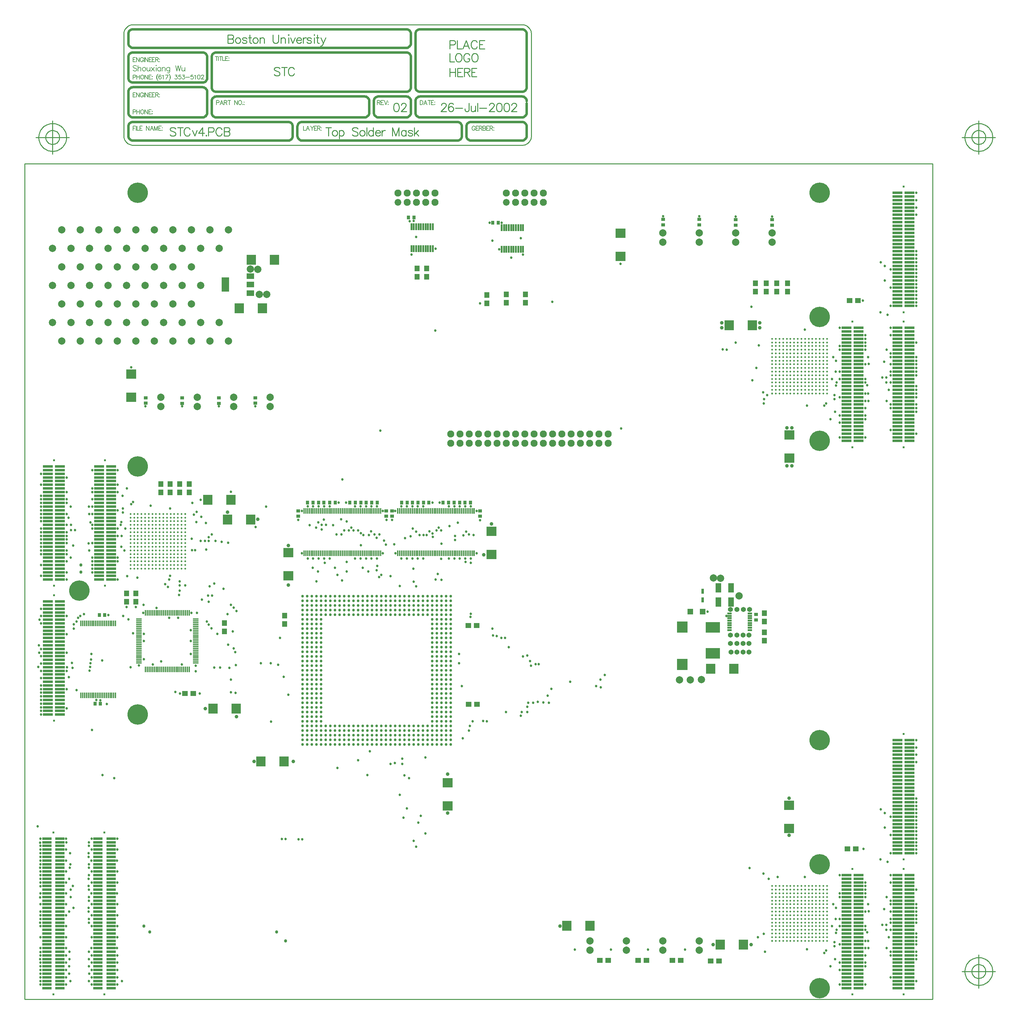
<source format=gts>
%FSLAX24Y24*%
%MOIN*%
G70*
G01*
G75*
%ADD10R,0.1063X0.1004*%
%ADD11R,0.1004X0.1063*%
%ADD12R,0.1004X0.1063*%
%ADD13R,0.0315X0.0354*%
%ADD14C,0.0157*%
%ADD15C,0.0177*%
%ADD16C,0.0260*%
%ADD17C,0.0260*%
%ADD18R,0.0500X0.0600*%
%ADD19R,0.0165X0.0701*%
%ADD20R,0.0165X0.0701*%
%ADD21R,0.1063X0.0236*%
%ADD22R,0.0118X0.0591*%
%ADD23R,0.0600X0.0500*%
%ADD24R,0.1063X0.1004*%
%ADD25R,0.0354X0.0315*%
%ADD26R,0.1100X0.1150*%
%ADD27R,0.0600X0.1000*%
%ADD28R,0.0591X0.0118*%
%ADD29R,0.0118X0.0591*%
%ADD30R,0.0591X0.0118*%
%ADD31C,0.0230*%
%ADD32R,0.1063X0.0236*%
%ADD33R,0.0945X0.0236*%
%ADD34R,0.0945X0.0236*%
%ADD35R,0.0787X0.0591*%
%ADD36R,0.0787X0.1496*%
%ADD37R,0.0600X0.0600*%
%ADD38R,0.0256X0.0531*%
%ADD39R,0.1500X0.1100*%
%ADD40R,0.0413X0.0177*%
%ADD41C,0.0300*%
%ADD42C,0.0060*%
%ADD43C,0.0120*%
%ADD44C,0.0100*%
%ADD45C,0.0080*%
%ADD46C,0.0200*%
%ADD47C,0.0090*%
%ADD48R,0.3543X0.3277*%
%ADD49R,2.3300X1.6550*%
%ADD50R,0.1641X0.2598*%
%ADD51R,0.1260X0.0610*%
%ADD52R,0.1043X0.4154*%
%ADD53R,0.1595X0.4997*%
%ADD54R,0.1378X0.0433*%
%ADD55R,0.2343X0.0413*%
%ADD56R,0.2599X0.3378*%
%ADD57R,0.1457X0.1871*%
%ADD58R,0.0925X0.0729*%
%ADD59R,0.2599X0.0945*%
%ADD60R,0.4942X0.2658*%
%ADD61R,0.4548X0.2894*%
%ADD62R,0.3446X0.1871*%
%ADD63R,0.3288X0.1496*%
%ADD64R,0.0945X0.0532*%
%ADD65R,0.0610X0.1319*%
%ADD66R,0.0591X0.0650*%
%ADD67R,0.0413X0.0669*%
%ADD68R,0.0669X0.0158*%
%ADD69R,0.1713X0.3505*%
%ADD70C,0.0250*%
%ADD71C,0.0050*%
%ADD72C,0.0350*%
%ADD73C,0.0720*%
%ADD74P,0.0720X8X0*%
%ADD75C,0.0300*%
%ADD76C,0.0750*%
%ADD77C,0.0200*%
%ADD78C,0.2165*%
%ADD79C,0.2165*%
%ADD80C,0.0500*%
%ADD81R,0.0354X0.0315*%
%ADD82R,0.0315X0.0354*%
%ADD83R,2.3350X1.6650*%
%ADD84R,1.8350X3.4800*%
%ADD85C,0.0079*%
%ADD86R,0.1103X0.1044*%
%ADD87R,0.1044X0.1103*%
%ADD88R,0.1044X0.1103*%
%ADD89R,0.0355X0.0394*%
%ADD90C,0.0187*%
%ADD91C,0.0207*%
%ADD92C,0.0299*%
%ADD93C,0.0299*%
%ADD94R,0.0540X0.0640*%
%ADD95R,0.0205X0.0741*%
%ADD96R,0.0205X0.0741*%
%ADD97R,0.1103X0.0276*%
%ADD98R,0.0158X0.0631*%
%ADD99R,0.0640X0.0540*%
%ADD100R,0.1103X0.1044*%
%ADD101R,0.0394X0.0355*%
%ADD102R,0.1140X0.1190*%
%ADD103R,0.0640X0.1040*%
%ADD104R,0.0631X0.0158*%
%ADD105R,0.0158X0.0631*%
%ADD106R,0.0631X0.0158*%
%ADD107C,0.0270*%
%ADD108R,0.1103X0.0276*%
%ADD109R,0.0985X0.0276*%
%ADD110R,0.0985X0.0276*%
%ADD111R,0.0827X0.0631*%
%ADD112R,0.0827X0.1536*%
%ADD113R,0.0640X0.0640*%
%ADD114R,0.0296X0.0571*%
%ADD115R,0.1540X0.1140*%
%ADD116R,0.0453X0.0217*%
%ADD117C,0.0390*%
%ADD118C,0.0760*%
%ADD119P,0.0760X8X0*%
%ADD120C,0.0340*%
%ADD121C,0.0790*%
%ADD122C,0.0240*%
%ADD123C,0.2205*%
%ADD124C,0.2205*%
%ADD125C,0.0540*%
D44*
X50477Y122601D02*
X50470Y122701D01*
X50450Y122799D01*
X50418Y122893D01*
X50372Y122983D01*
X50316Y123065D01*
X50249Y123140D01*
X50172Y123204D01*
X50088Y123258D01*
X49997Y123300D01*
X49901Y123330D01*
X49802Y123347D01*
X49702Y123350D01*
X49602Y123340D01*
X49505Y123317D01*
X49411Y123281D01*
X49324Y123233D01*
X49243Y123173D01*
X49171Y123104D01*
X49109Y123025D01*
X49058Y122939D01*
X49019Y122847D01*
X48992Y122750D01*
X48979Y122651D01*
Y122550D01*
X48992Y122451D01*
X49019Y122355D01*
X49058Y122262D01*
X49109Y122176D01*
X49171Y122098D01*
X49243Y122028D01*
X49324Y121968D01*
X49411Y121920D01*
X49505Y121884D01*
X49602Y121861D01*
X49702Y121851D01*
X49802Y121854D01*
X49901Y121871D01*
X49997Y121901D01*
X50088Y121943D01*
X50172Y121997D01*
X50249Y122061D01*
X50316Y122136D01*
X50372Y122218D01*
X50418Y122308D01*
X50450Y122402D01*
X50470Y122501D01*
X50477Y122601D01*
X51227D02*
X51224Y122701D01*
X51214Y122801D01*
X51197Y122899D01*
X51174Y122997D01*
X51144Y123093D01*
X51108Y123186D01*
X51066Y123277D01*
X51018Y123365D01*
X50964Y123450D01*
X50904Y123530D01*
X50840Y123607D01*
X50770Y123679D01*
X50696Y123746D01*
X50617Y123808D01*
X50534Y123865D01*
X50448Y123916D01*
X50359Y123961D01*
X50266Y124000D01*
X50172Y124033D01*
X50075Y124060D01*
X49977Y124080D01*
X49877Y124093D01*
X49777Y124100D01*
X49677D01*
X49577Y124093D01*
X49478Y124080D01*
X49379Y124060D01*
X49283Y124033D01*
X49188Y124000D01*
X49096Y123961D01*
X49006Y123916D01*
X48920Y123865D01*
X48837Y123808D01*
X48759Y123746D01*
X48684Y123679D01*
X48615Y123607D01*
X48550Y123530D01*
X48490Y123450D01*
X48437Y123365D01*
X48388Y123277D01*
X48346Y123186D01*
X48310Y123093D01*
X48280Y122997D01*
X48257Y122899D01*
X48241Y122801D01*
X48230Y122701D01*
X48227Y122601D01*
X48230Y122500D01*
X48241Y122401D01*
X48257Y122302D01*
X48280Y122204D01*
X48310Y122109D01*
X48346Y122015D01*
X48388Y121924D01*
X48437Y121836D01*
X48490Y121752D01*
X48550Y121671D01*
X48615Y121594D01*
X48684Y121522D01*
X48759Y121455D01*
X48837Y121393D01*
X48920Y121336D01*
X49006Y121285D01*
X49096Y121240D01*
X49188Y121201D01*
X49283Y121168D01*
X49379Y121141D01*
X49478Y121121D01*
X49577Y121108D01*
X49677Y121101D01*
X49777D01*
X49877Y121108D01*
X49977Y121121D01*
X50075Y121141D01*
X50172Y121168D01*
X50266Y121201D01*
X50359Y121240D01*
X50448Y121285D01*
X50534Y121336D01*
X50617Y121393D01*
X50696Y121455D01*
X50770Y121522D01*
X50840Y121594D01*
X50904Y121671D01*
X50964Y121752D01*
X51018Y121836D01*
X51066Y121924D01*
X51108Y122015D01*
X51144Y122109D01*
X51174Y122204D01*
X51197Y122302D01*
X51214Y122401D01*
X51224Y122500D01*
X51227Y122601D01*
X150477Y122601D02*
X150470Y122701D01*
X150450Y122799D01*
X150418Y122893D01*
X150372Y122983D01*
X150316Y123065D01*
X150249Y123140D01*
X150172Y123204D01*
X150088Y123258D01*
X149997Y123300D01*
X149901Y123330D01*
X149802Y123347D01*
X149702Y123350D01*
X149602Y123340D01*
X149505Y123317D01*
X149411Y123281D01*
X149324Y123233D01*
X149243Y123173D01*
X149171Y123104D01*
X149109Y123025D01*
X149058Y122939D01*
X149019Y122847D01*
X148992Y122750D01*
X148979Y122651D01*
Y122550D01*
X148992Y122451D01*
X149019Y122355D01*
X149058Y122262D01*
X149109Y122176D01*
X149171Y122098D01*
X149243Y122028D01*
X149324Y121968D01*
X149411Y121920D01*
X149505Y121884D01*
X149602Y121861D01*
X149702Y121851D01*
X149802Y121854D01*
X149901Y121871D01*
X149997Y121901D01*
X150088Y121943D01*
X150172Y121997D01*
X150249Y122061D01*
X150316Y122136D01*
X150372Y122218D01*
X150418Y122308D01*
X150450Y122402D01*
X150470Y122501D01*
X150477Y122601D01*
X151227D02*
X151224Y122701D01*
X151214Y122801D01*
X151197Y122899D01*
X151174Y122997D01*
X151144Y123093D01*
X151108Y123186D01*
X151066Y123277D01*
X151018Y123365D01*
X150964Y123450D01*
X150904Y123530D01*
X150840Y123607D01*
X150770Y123679D01*
X150696Y123746D01*
X150617Y123808D01*
X150534Y123865D01*
X150448Y123916D01*
X150359Y123961D01*
X150266Y124000D01*
X150172Y124033D01*
X150075Y124060D01*
X149977Y124080D01*
X149877Y124093D01*
X149777Y124100D01*
X149677D01*
X149577Y124093D01*
X149478Y124080D01*
X149379Y124060D01*
X149283Y124033D01*
X149188Y124000D01*
X149096Y123961D01*
X149006Y123916D01*
X148920Y123865D01*
X148837Y123808D01*
X148759Y123746D01*
X148684Y123679D01*
X148615Y123607D01*
X148550Y123530D01*
X148490Y123450D01*
X148437Y123365D01*
X148388Y123277D01*
X148346Y123186D01*
X148310Y123093D01*
X148280Y122997D01*
X148257Y122899D01*
X148241Y122801D01*
X148230Y122701D01*
X148227Y122601D01*
X148230Y122500D01*
X148241Y122401D01*
X148257Y122302D01*
X148280Y122204D01*
X148310Y122109D01*
X148346Y122015D01*
X148388Y121924D01*
X148437Y121836D01*
X148490Y121752D01*
X148550Y121671D01*
X148615Y121594D01*
X148684Y121522D01*
X148759Y121455D01*
X148837Y121393D01*
X148920Y121336D01*
X149006Y121285D01*
X149096Y121240D01*
X149188Y121201D01*
X149283Y121168D01*
X149379Y121141D01*
X149478Y121121D01*
X149577Y121108D01*
X149677Y121101D01*
X149777D01*
X149877Y121108D01*
X149977Y121121D01*
X150075Y121141D01*
X150172Y121168D01*
X150266Y121201D01*
X150359Y121240D01*
X150448Y121285D01*
X150534Y121336D01*
X150617Y121393D01*
X150696Y121455D01*
X150770Y121522D01*
X150840Y121594D01*
X150904Y121671D01*
X150964Y121752D01*
X151018Y121836D01*
X151066Y121924D01*
X151108Y122015D01*
X151144Y122109D01*
X151174Y122204D01*
X151197Y122302D01*
X151214Y122401D01*
X151224Y122500D01*
X151227Y122601D01*
X150477Y32601D02*
X150470Y32701D01*
X150450Y32799D01*
X150418Y32893D01*
X150372Y32983D01*
X150316Y33065D01*
X150249Y33140D01*
X150172Y33204D01*
X150088Y33258D01*
X149997Y33300D01*
X149901Y33330D01*
X149802Y33347D01*
X149702Y33350D01*
X149602Y33340D01*
X149505Y33317D01*
X149411Y33281D01*
X149324Y33233D01*
X149243Y33173D01*
X149171Y33104D01*
X149109Y33025D01*
X149058Y32939D01*
X149019Y32847D01*
X148992Y32750D01*
X148979Y32651D01*
Y32550D01*
X148992Y32451D01*
X149019Y32355D01*
X149058Y32262D01*
X149109Y32176D01*
X149171Y32097D01*
X149243Y32028D01*
X149324Y31968D01*
X149411Y31920D01*
X149505Y31884D01*
X149602Y31861D01*
X149702Y31851D01*
X149802Y31854D01*
X149901Y31871D01*
X149997Y31901D01*
X150088Y31943D01*
X150172Y31997D01*
X150249Y32061D01*
X150316Y32136D01*
X150372Y32218D01*
X150418Y32308D01*
X150450Y32402D01*
X150470Y32501D01*
X150477Y32601D01*
X151227D02*
X151224Y32701D01*
X151214Y32801D01*
X151197Y32899D01*
X151174Y32997D01*
X151144Y33093D01*
X151108Y33186D01*
X151066Y33277D01*
X151018Y33365D01*
X150964Y33450D01*
X150904Y33530D01*
X150840Y33607D01*
X150770Y33679D01*
X150696Y33746D01*
X150617Y33808D01*
X150534Y33865D01*
X150448Y33916D01*
X150359Y33961D01*
X150266Y34000D01*
X150172Y34033D01*
X150075Y34060D01*
X149977Y34080D01*
X149877Y34093D01*
X149777Y34100D01*
X149677D01*
X149577Y34093D01*
X149478Y34080D01*
X149379Y34060D01*
X149283Y34033D01*
X149188Y34000D01*
X149096Y33961D01*
X149006Y33916D01*
X148920Y33865D01*
X148837Y33808D01*
X148759Y33746D01*
X148684Y33679D01*
X148615Y33607D01*
X148550Y33530D01*
X148490Y33450D01*
X148437Y33365D01*
X148388Y33277D01*
X148346Y33186D01*
X148310Y33093D01*
X148280Y32997D01*
X148257Y32899D01*
X148241Y32801D01*
X148230Y32701D01*
X148227Y32601D01*
X148230Y32500D01*
X148241Y32401D01*
X148257Y32302D01*
X148280Y32204D01*
X148310Y32109D01*
X148346Y32015D01*
X148388Y31924D01*
X148437Y31836D01*
X148490Y31752D01*
X148550Y31671D01*
X148615Y31594D01*
X148684Y31522D01*
X148759Y31455D01*
X148837Y31393D01*
X148920Y31336D01*
X149006Y31285D01*
X149096Y31240D01*
X149188Y31201D01*
X149283Y31168D01*
X149379Y31141D01*
X149478Y31121D01*
X149577Y31108D01*
X149677Y31101D01*
X149777D01*
X149877Y31108D01*
X149977Y31121D01*
X150075Y31141D01*
X150172Y31168D01*
X150266Y31201D01*
X150359Y31240D01*
X150448Y31285D01*
X150534Y31336D01*
X150617Y31393D01*
X150696Y31455D01*
X150770Y31522D01*
X150840Y31594D01*
X150904Y31671D01*
X150964Y31752D01*
X151018Y31836D01*
X151066Y31924D01*
X151108Y32015D01*
X151144Y32109D01*
X151174Y32204D01*
X151197Y32302D01*
X151214Y32401D01*
X151224Y32500D01*
X151227Y32601D01*
X47927Y122601D02*
X51527D01*
X49727Y120801D02*
Y124401D01*
X147927Y122601D02*
X151527D01*
X149727Y120801D02*
Y124401D01*
X147927Y32601D02*
X151527D01*
X149727Y30801D02*
Y34401D01*
X46727Y29601D02*
X144759D01*
Y119758D01*
X46727D02*
X144759D01*
X46727Y29601D02*
Y119758D01*
X57418Y122768D02*
X57423Y122670D01*
X57437Y122573D01*
X57461Y122478D01*
X57493Y122386D01*
X57535Y122297D01*
X57585Y122212D01*
X57642Y122133D01*
X57708Y122060D01*
X57780Y121994D01*
X57858Y121934D01*
X57941Y121883D01*
X58029Y121840D01*
X58121Y121806D01*
X58216Y121781D01*
X58313Y121765D01*
X58410Y121758D01*
X100418Y121758D02*
X100516Y121763D01*
X100613Y121777D01*
X100708Y121801D01*
X100801Y121834D01*
X100889Y121876D01*
X100974Y121927D01*
X101052Y121985D01*
X101125Y122051D01*
X101191Y122124D01*
X101250Y122203D01*
X101300Y122287D01*
X101342Y122375D01*
X101375Y122468D01*
X101399Y122563D01*
X101413Y122660D01*
X101418Y122758D01*
Y133758D02*
X101413Y133856D01*
X101399Y133953D01*
X101375Y134048D01*
X101342Y134141D01*
X101300Y134229D01*
X101250Y134314D01*
X101191Y134392D01*
X101125Y134465D01*
X101052Y134531D01*
X100974Y134590D01*
X100889Y134640D01*
X100801Y134682D01*
X100708Y134715D01*
X100613Y134739D01*
X100516Y134753D01*
X100418Y134758D01*
X58418D02*
X58320Y134753D01*
X58223Y134739D01*
X58128Y134715D01*
X58035Y134682D01*
X57947Y134640D01*
X57863Y134590D01*
X57784Y134531D01*
X57711Y134465D01*
X57645Y134392D01*
X57587Y134314D01*
X57536Y134229D01*
X57494Y134141D01*
X57461Y134048D01*
X57437Y133953D01*
X57423Y133856D01*
X57418Y133758D01*
X58418Y121758D02*
X100418D01*
X58418Y134758D02*
X100418D01*
X101418Y122758D02*
Y133758D01*
X57418Y122758D02*
Y133758D01*
D45*
X58818Y130272D02*
X58761Y130329D01*
X58675Y130358D01*
X58561D01*
X58475Y130329D01*
X58418Y130272D01*
Y130215D01*
X58447Y130158D01*
X58475Y130129D01*
X58532Y130101D01*
X58704Y130044D01*
X58761Y130015D01*
X58789Y129987D01*
X58818Y129929D01*
Y129844D01*
X58761Y129787D01*
X58675Y129758D01*
X58561D01*
X58475Y129787D01*
X58418Y129844D01*
X58952Y130358D02*
Y129758D01*
Y130044D02*
X59038Y130129D01*
X59095Y130158D01*
X59181D01*
X59238Y130129D01*
X59266Y130044D01*
Y129758D01*
X59566Y130158D02*
X59509Y130129D01*
X59452Y130072D01*
X59424Y129987D01*
Y129929D01*
X59452Y129844D01*
X59509Y129787D01*
X59566Y129758D01*
X59652D01*
X59709Y129787D01*
X59766Y129844D01*
X59795Y129929D01*
Y129987D01*
X59766Y130072D01*
X59709Y130129D01*
X59652Y130158D01*
X59566D01*
X59926D02*
Y129872D01*
X59955Y129787D01*
X60012Y129758D01*
X60098D01*
X60155Y129787D01*
X60241Y129872D01*
Y130158D02*
Y129758D01*
X60398Y130158D02*
X60712Y129758D01*
Y130158D02*
X60398Y129758D01*
X60895Y130358D02*
X60923Y130329D01*
X60952Y130358D01*
X60923Y130387D01*
X60895Y130358D01*
X60923Y130158D02*
Y129758D01*
X61400Y130158D02*
Y129758D01*
Y130072D02*
X61343Y130129D01*
X61286Y130158D01*
X61200D01*
X61143Y130129D01*
X61086Y130072D01*
X61058Y129987D01*
Y129929D01*
X61086Y129844D01*
X61143Y129787D01*
X61200Y129758D01*
X61286D01*
X61343Y129787D01*
X61400Y129844D01*
X61560Y130158D02*
Y129758D01*
Y130044D02*
X61646Y130129D01*
X61703Y130158D01*
X61789D01*
X61846Y130129D01*
X61874Y130044D01*
Y129758D01*
X62374Y130158D02*
Y129701D01*
X62346Y129615D01*
X62317Y129587D01*
X62260Y129558D01*
X62174D01*
X62117Y129587D01*
X62374Y130072D02*
X62317Y130129D01*
X62260Y130158D01*
X62174D01*
X62117Y130129D01*
X62060Y130072D01*
X62032Y129987D01*
Y129929D01*
X62060Y129844D01*
X62117Y129787D01*
X62174Y129758D01*
X62260D01*
X62317Y129787D01*
X62374Y129844D01*
X63006Y130358D02*
X63148Y129758D01*
X63291Y130358D02*
X63148Y129758D01*
X63291Y130358D02*
X63434Y129758D01*
X63577Y130358D02*
X63434Y129758D01*
X63697Y130158D02*
Y129872D01*
X63726Y129787D01*
X63783Y129758D01*
X63868D01*
X63925Y129787D01*
X64011Y129872D01*
Y130158D02*
Y129758D01*
D47*
X63018Y123529D02*
X62932Y123615D01*
X62804Y123658D01*
X62632D01*
X62504Y123615D01*
X62418Y123529D01*
Y123444D01*
X62461Y123358D01*
X62504Y123315D01*
X62589Y123272D01*
X62847Y123187D01*
X62932Y123144D01*
X62975Y123101D01*
X63018Y123015D01*
Y122887D01*
X62932Y122801D01*
X62804Y122758D01*
X62632D01*
X62504Y122801D01*
X62418Y122887D01*
X63519Y123658D02*
Y122758D01*
X63219Y123658D02*
X63819D01*
X64569Y123444D02*
X64526Y123529D01*
X64441Y123615D01*
X64355Y123658D01*
X64183D01*
X64098Y123615D01*
X64012Y123529D01*
X63969Y123444D01*
X63926Y123315D01*
Y123101D01*
X63969Y122972D01*
X64012Y122887D01*
X64098Y122801D01*
X64183Y122758D01*
X64355D01*
X64441Y122801D01*
X64526Y122887D01*
X64569Y122972D01*
X64822Y123358D02*
X65079Y122758D01*
X65336Y123358D02*
X65079Y122758D01*
X65910Y123658D02*
X65482Y123058D01*
X66124D01*
X65910Y123658D02*
Y122758D01*
X66326Y122844D02*
X66283Y122801D01*
X66326Y122758D01*
X66369Y122801D01*
X66326Y122844D01*
X66566Y123187D02*
X66951D01*
X67080Y123229D01*
X67123Y123272D01*
X67166Y123358D01*
Y123486D01*
X67123Y123572D01*
X67080Y123615D01*
X66951Y123658D01*
X66566D01*
Y122758D01*
X68010Y123444D02*
X67967Y123529D01*
X67881Y123615D01*
X67796Y123658D01*
X67624D01*
X67538Y123615D01*
X67453Y123529D01*
X67410Y123444D01*
X67367Y123315D01*
Y123101D01*
X67410Y122972D01*
X67453Y122887D01*
X67538Y122801D01*
X67624Y122758D01*
X67796D01*
X67881Y122801D01*
X67967Y122887D01*
X68010Y122972D01*
X68263Y123658D02*
Y122758D01*
Y123658D02*
X68648D01*
X68777Y123615D01*
X68820Y123572D01*
X68862Y123486D01*
Y123401D01*
X68820Y123315D01*
X68777Y123272D01*
X68648Y123229D01*
X68263D02*
X68648D01*
X68777Y123187D01*
X68820Y123144D01*
X68862Y123058D01*
Y122929D01*
X68820Y122844D01*
X68777Y122801D01*
X68648Y122758D01*
X68263D01*
X68668Y133658D02*
Y132758D01*
Y133658D02*
X69054D01*
X69182Y133615D01*
X69225Y133572D01*
X69268Y133486D01*
Y133401D01*
X69225Y133315D01*
X69182Y133272D01*
X69054Y133229D01*
X68668D02*
X69054D01*
X69182Y133187D01*
X69225Y133144D01*
X69268Y133058D01*
Y132929D01*
X69225Y132844D01*
X69182Y132801D01*
X69054Y132758D01*
X68668D01*
X69684Y133358D02*
X69598Y133315D01*
X69512Y133229D01*
X69469Y133101D01*
Y133015D01*
X69512Y132887D01*
X69598Y132801D01*
X69684Y132758D01*
X69812D01*
X69898Y132801D01*
X69984Y132887D01*
X70026Y133015D01*
Y133101D01*
X69984Y133229D01*
X69898Y133315D01*
X69812Y133358D01*
X69684D01*
X70695Y133229D02*
X70652Y133315D01*
X70523Y133358D01*
X70395D01*
X70266Y133315D01*
X70223Y133229D01*
X70266Y133144D01*
X70352Y133101D01*
X70566Y133058D01*
X70652Y133015D01*
X70695Y132929D01*
Y132887D01*
X70652Y132801D01*
X70523Y132758D01*
X70395D01*
X70266Y132801D01*
X70223Y132887D01*
X71012Y133658D02*
Y132929D01*
X71055Y132801D01*
X71140Y132758D01*
X71226D01*
X70883Y133358D02*
X71183D01*
X71569D02*
X71483Y133315D01*
X71398Y133229D01*
X71355Y133101D01*
Y133015D01*
X71398Y132887D01*
X71483Y132801D01*
X71569Y132758D01*
X71697D01*
X71783Y132801D01*
X71869Y132887D01*
X71912Y133015D01*
Y133101D01*
X71869Y133229D01*
X71783Y133315D01*
X71697Y133358D01*
X71569D01*
X72109D02*
Y132758D01*
Y133187D02*
X72237Y133315D01*
X72323Y133358D01*
X72452D01*
X72537Y133315D01*
X72580Y133187D01*
Y132758D01*
X73523Y133658D02*
Y133015D01*
X73566Y132887D01*
X73651Y132801D01*
X73780Y132758D01*
X73866D01*
X73994Y132801D01*
X74080Y132887D01*
X74123Y133015D01*
Y133658D01*
X74371Y133358D02*
Y132758D01*
Y133187D02*
X74500Y133315D01*
X74585Y133358D01*
X74714D01*
X74800Y133315D01*
X74842Y133187D01*
Y132758D01*
X75164Y133658D02*
X75207Y133615D01*
X75250Y133658D01*
X75207Y133701D01*
X75164Y133658D01*
X75207Y133358D02*
Y132758D01*
X75408Y133358D02*
X75665Y132758D01*
X75922Y133358D02*
X75665Y132758D01*
X76068Y133101D02*
X76582D01*
Y133187D01*
X76539Y133272D01*
X76496Y133315D01*
X76411Y133358D01*
X76282D01*
X76196Y133315D01*
X76111Y133229D01*
X76068Y133101D01*
Y133015D01*
X76111Y132887D01*
X76196Y132801D01*
X76282Y132758D01*
X76411D01*
X76496Y132801D01*
X76582Y132887D01*
X76775Y133358D02*
Y132758D01*
Y133101D02*
X76818Y133229D01*
X76903Y133315D01*
X76989Y133358D01*
X77118D01*
X77670Y133229D02*
X77628Y133315D01*
X77499Y133358D01*
X77371D01*
X77242Y133315D01*
X77199Y133229D01*
X77242Y133144D01*
X77328Y133101D01*
X77542Y133058D01*
X77628Y133015D01*
X77670Y132929D01*
Y132887D01*
X77628Y132801D01*
X77499Y132758D01*
X77371D01*
X77242Y132801D01*
X77199Y132887D01*
X77945Y133658D02*
X77988Y133615D01*
X78030Y133658D01*
X77988Y133701D01*
X77945Y133658D01*
X77988Y133358D02*
Y132758D01*
X78317Y133658D02*
Y132929D01*
X78360Y132801D01*
X78446Y132758D01*
X78532D01*
X78189Y133358D02*
X78489D01*
X78703D02*
X78960Y132758D01*
X79217Y133358D02*
X78960Y132758D01*
X78874Y132587D01*
X78789Y132501D01*
X78703Y132458D01*
X78660D01*
X79518Y123658D02*
Y122758D01*
X79218Y123658D02*
X79818D01*
X80139Y123358D02*
X80054Y123315D01*
X79968Y123229D01*
X79925Y123101D01*
Y123015D01*
X79968Y122887D01*
X80054Y122801D01*
X80139Y122758D01*
X80268D01*
X80354Y122801D01*
X80439Y122887D01*
X80482Y123015D01*
Y123101D01*
X80439Y123229D01*
X80354Y123315D01*
X80268Y123358D01*
X80139D01*
X80679D02*
Y122458D01*
Y123229D02*
X80765Y123315D01*
X80851Y123358D01*
X80979D01*
X81065Y123315D01*
X81151Y123229D01*
X81193Y123101D01*
Y123015D01*
X81151Y122887D01*
X81065Y122801D01*
X80979Y122758D01*
X80851D01*
X80765Y122801D01*
X80679Y122887D01*
X82693Y123529D02*
X82607Y123615D01*
X82479Y123658D01*
X82307D01*
X82179Y123615D01*
X82093Y123529D01*
Y123444D01*
X82136Y123358D01*
X82179Y123315D01*
X82265Y123272D01*
X82522Y123187D01*
X82607Y123144D01*
X82650Y123101D01*
X82693Y123015D01*
Y122887D01*
X82607Y122801D01*
X82479Y122758D01*
X82307D01*
X82179Y122801D01*
X82093Y122887D01*
X83109Y123358D02*
X83023Y123315D01*
X82937Y123229D01*
X82894Y123101D01*
Y123015D01*
X82937Y122887D01*
X83023Y122801D01*
X83109Y122758D01*
X83237D01*
X83323Y122801D01*
X83409Y122887D01*
X83451Y123015D01*
Y123101D01*
X83409Y123229D01*
X83323Y123315D01*
X83237Y123358D01*
X83109D01*
X83649Y123658D02*
Y122758D01*
X84351Y123658D02*
Y122758D01*
Y123229D02*
X84266Y123315D01*
X84180Y123358D01*
X84051D01*
X83966Y123315D01*
X83880Y123229D01*
X83837Y123101D01*
Y123015D01*
X83880Y122887D01*
X83966Y122801D01*
X84051Y122758D01*
X84180D01*
X84266Y122801D01*
X84351Y122887D01*
X84591Y123101D02*
X85105D01*
Y123187D01*
X85063Y123272D01*
X85020Y123315D01*
X84934Y123358D01*
X84805D01*
X84720Y123315D01*
X84634Y123229D01*
X84591Y123101D01*
Y123015D01*
X84634Y122887D01*
X84720Y122801D01*
X84805Y122758D01*
X84934D01*
X85020Y122801D01*
X85105Y122887D01*
X85298Y123358D02*
Y122758D01*
Y123101D02*
X85341Y123229D01*
X85427Y123315D01*
X85512Y123358D01*
X85641D01*
X86429Y123658D02*
Y122758D01*
Y123658D02*
X86772Y122758D01*
X87115Y123658D02*
X86772Y122758D01*
X87115Y123658D02*
Y122758D01*
X87886Y123358D02*
Y122758D01*
Y123229D02*
X87801Y123315D01*
X87715Y123358D01*
X87586D01*
X87501Y123315D01*
X87415Y123229D01*
X87372Y123101D01*
Y123015D01*
X87415Y122887D01*
X87501Y122801D01*
X87586Y122758D01*
X87715D01*
X87801Y122801D01*
X87886Y122887D01*
X88597Y123229D02*
X88555Y123315D01*
X88426Y123358D01*
X88298D01*
X88169Y123315D01*
X88126Y123229D01*
X88169Y123144D01*
X88255Y123101D01*
X88469Y123058D01*
X88555Y123015D01*
X88597Y122929D01*
Y122887D01*
X88555Y122801D01*
X88426Y122758D01*
X88298D01*
X88169Y122801D01*
X88126Y122887D01*
X88786Y123658D02*
Y122758D01*
X89215Y123358D02*
X88786Y122929D01*
X88957Y123101D02*
X89257Y122758D01*
X86800Y126283D02*
X86672Y126240D01*
X86586Y126111D01*
X86543Y125897D01*
Y125769D01*
X86586Y125554D01*
X86672Y125426D01*
X86800Y125383D01*
X86886D01*
X87014Y125426D01*
X87100Y125554D01*
X87143Y125769D01*
Y125897D01*
X87100Y126111D01*
X87014Y126240D01*
X86886Y126283D01*
X86800D01*
X87387Y126069D02*
Y126111D01*
X87430Y126197D01*
X87473Y126240D01*
X87559Y126283D01*
X87730D01*
X87816Y126240D01*
X87859Y126197D01*
X87901Y126111D01*
Y126026D01*
X87859Y125940D01*
X87773Y125812D01*
X87344Y125383D01*
X87944D01*
X92618Y132587D02*
X93004D01*
X93132Y132629D01*
X93175Y132672D01*
X93218Y132758D01*
Y132886D01*
X93175Y132972D01*
X93132Y133015D01*
X93004Y133058D01*
X92618D01*
Y132158D01*
X93419Y133058D02*
Y132158D01*
X93934D01*
X94718D02*
X94375Y133058D01*
X94032Y132158D01*
X94161Y132458D02*
X94589D01*
X95570Y132844D02*
X95527Y132929D01*
X95442Y133015D01*
X95356Y133058D01*
X95185D01*
X95099Y133015D01*
X95013Y132929D01*
X94970Y132844D01*
X94928Y132715D01*
Y132501D01*
X94970Y132372D01*
X95013Y132287D01*
X95099Y132201D01*
X95185Y132158D01*
X95356D01*
X95442Y132201D01*
X95527Y132287D01*
X95570Y132372D01*
X96380Y133058D02*
X95823D01*
Y132158D01*
X96380D01*
X95823Y132629D02*
X96166D01*
X92618Y131658D02*
Y130758D01*
X93132D01*
X93488Y131658D02*
X93402Y131615D01*
X93317Y131529D01*
X93274Y131444D01*
X93231Y131315D01*
Y131101D01*
X93274Y130972D01*
X93317Y130887D01*
X93402Y130801D01*
X93488Y130758D01*
X93659D01*
X93745Y130801D01*
X93831Y130887D01*
X93874Y130972D01*
X93916Y131101D01*
Y131315D01*
X93874Y131444D01*
X93831Y131529D01*
X93745Y131615D01*
X93659Y131658D01*
X93488D01*
X94769Y131444D02*
X94726Y131529D01*
X94641Y131615D01*
X94555Y131658D01*
X94383D01*
X94298Y131615D01*
X94212Y131529D01*
X94169Y131444D01*
X94126Y131315D01*
Y131101D01*
X94169Y130972D01*
X94212Y130887D01*
X94298Y130801D01*
X94383Y130758D01*
X94555D01*
X94641Y130801D01*
X94726Y130887D01*
X94769Y130972D01*
Y131101D01*
X94555D02*
X94769D01*
X95232Y131658D02*
X95146Y131615D01*
X95060Y131529D01*
X95018Y131444D01*
X94975Y131315D01*
Y131101D01*
X95018Y130972D01*
X95060Y130887D01*
X95146Y130801D01*
X95232Y130758D01*
X95403D01*
X95489Y130801D01*
X95575Y130887D01*
X95617Y130972D01*
X95660Y131101D01*
Y131315D01*
X95617Y131444D01*
X95575Y131529D01*
X95489Y131615D01*
X95403Y131658D01*
X95232D01*
X92618Y130058D02*
Y129158D01*
X93218Y130058D02*
Y129158D01*
X92618Y129629D02*
X93218D01*
X94024Y130058D02*
X93466D01*
Y129158D01*
X94024D01*
X93466Y129629D02*
X93809D01*
X94173Y130058D02*
Y129158D01*
Y130058D02*
X94559D01*
X94688Y130015D01*
X94730Y129972D01*
X94773Y129886D01*
Y129801D01*
X94730Y129715D01*
X94688Y129672D01*
X94559Y129629D01*
X94173D01*
X94473D02*
X94773Y129158D01*
X95532Y130058D02*
X94975D01*
Y129158D01*
X95532D01*
X94975Y129629D02*
X95318D01*
X91711Y126069D02*
Y126111D01*
X91754Y126197D01*
X91797Y126240D01*
X91882Y126283D01*
X92054D01*
X92139Y126240D01*
X92182Y126197D01*
X92225Y126111D01*
Y126026D01*
X92182Y125940D01*
X92097Y125812D01*
X91668Y125383D01*
X92268D01*
X92984Y126154D02*
X92941Y126240D01*
X92812Y126283D01*
X92726D01*
X92598Y126240D01*
X92512Y126111D01*
X92469Y125897D01*
Y125683D01*
X92512Y125512D01*
X92598Y125426D01*
X92726Y125383D01*
X92769D01*
X92898Y125426D01*
X92984Y125512D01*
X93026Y125640D01*
Y125683D01*
X92984Y125812D01*
X92898Y125897D01*
X92769Y125940D01*
X92726D01*
X92598Y125897D01*
X92512Y125812D01*
X92469Y125683D01*
X93223Y125769D02*
X93995D01*
X94689Y126283D02*
Y125597D01*
X94646Y125469D01*
X94603Y125426D01*
X94517Y125383D01*
X94432D01*
X94346Y125426D01*
X94303Y125469D01*
X94260Y125597D01*
Y125683D01*
X94920Y125983D02*
Y125554D01*
X94963Y125426D01*
X95049Y125383D01*
X95177D01*
X95263Y125426D01*
X95392Y125554D01*
Y125983D02*
Y125383D01*
X95627Y126283D02*
Y125383D01*
X95816Y125769D02*
X96587D01*
X96896Y126069D02*
Y126111D01*
X96938Y126197D01*
X96981Y126240D01*
X97067Y126283D01*
X97238D01*
X97324Y126240D01*
X97367Y126197D01*
X97410Y126111D01*
Y126026D01*
X97367Y125940D01*
X97281Y125812D01*
X96853Y125383D01*
X97453D01*
X97911Y126283D02*
X97782Y126240D01*
X97697Y126111D01*
X97654Y125897D01*
Y125769D01*
X97697Y125554D01*
X97782Y125426D01*
X97911Y125383D01*
X97997D01*
X98125Y125426D01*
X98211Y125554D01*
X98254Y125769D01*
Y125897D01*
X98211Y126111D01*
X98125Y126240D01*
X97997Y126283D01*
X97911D01*
X98712D02*
X98584Y126240D01*
X98498Y126111D01*
X98455Y125897D01*
Y125769D01*
X98498Y125554D01*
X98584Y125426D01*
X98712Y125383D01*
X98798D01*
X98927Y125426D01*
X99012Y125554D01*
X99055Y125769D01*
Y125897D01*
X99012Y126111D01*
X98927Y126240D01*
X98798Y126283D01*
X98712D01*
X99299Y126069D02*
Y126111D01*
X99342Y126197D01*
X99385Y126240D01*
X99471Y126283D01*
X99642D01*
X99728Y126240D01*
X99771Y126197D01*
X99813Y126111D01*
Y126026D01*
X99771Y125940D01*
X99685Y125812D01*
X99256Y125383D01*
X99856D01*
X74268Y130029D02*
X74182Y130115D01*
X74054Y130158D01*
X73882D01*
X73754Y130115D01*
X73668Y130029D01*
Y129944D01*
X73711Y129858D01*
X73754Y129815D01*
X73839Y129772D01*
X74097Y129687D01*
X74182Y129644D01*
X74225Y129601D01*
X74268Y129515D01*
Y129387D01*
X74182Y129301D01*
X74054Y129258D01*
X73882D01*
X73754Y129301D01*
X73668Y129387D01*
X74769Y130158D02*
Y129258D01*
X74469Y130158D02*
X75069D01*
X75819Y129944D02*
X75776Y130029D01*
X75691Y130115D01*
X75605Y130158D01*
X75433D01*
X75348Y130115D01*
X75262Y130029D01*
X75219Y129944D01*
X75176Y129815D01*
Y129601D01*
X75219Y129472D01*
X75262Y129387D01*
X75348Y129301D01*
X75433Y129258D01*
X75605D01*
X75691Y129301D01*
X75776Y129387D01*
X75819Y129472D01*
D70*
X100918Y126518D02*
X100909Y126614D01*
X100881Y126706D01*
X100836Y126790D01*
X100775Y126865D01*
X100700Y126925D01*
X100616Y126971D01*
X100524Y126999D01*
X100428Y127008D01*
X89418D02*
X89321Y126998D01*
X89227Y126970D01*
X89140Y126924D01*
X89065Y126862D01*
X89002Y126786D01*
X88956Y126699D01*
X88928Y126606D01*
X88918Y126508D01*
X100418Y127508D02*
X100516Y127518D01*
X100609Y127546D01*
X100696Y127592D01*
X100772Y127655D01*
X100834Y127730D01*
X100880Y127817D01*
X100908Y127911D01*
X100918Y128008D01*
X88918D02*
X88928Y127911D01*
X88956Y127817D01*
X89002Y127730D01*
X89065Y127655D01*
X89140Y127592D01*
X89227Y127546D01*
X89321Y127518D01*
X89418Y127508D01*
X100918Y133768D02*
X100908Y133866D01*
X100879Y133960D01*
X100832Y134046D01*
X100768Y134121D01*
X100691Y134181D01*
X100604Y134226D01*
X100509Y134251D01*
X100411Y134258D01*
X100418Y124758D02*
X100516Y124768D01*
X100609Y124796D01*
X100696Y124842D01*
X100772Y124905D01*
X100834Y124980D01*
X100880Y125067D01*
X100908Y125161D01*
X100918Y125258D01*
X100918Y123767D02*
X100907Y123863D01*
X100878Y123955D01*
X100831Y124040D01*
X100769Y124115D01*
X100693Y124176D01*
X100607Y124221D01*
X100515Y124249D01*
X100418Y124258D01*
Y122258D02*
X100516Y122268D01*
X100609Y122296D01*
X100696Y122342D01*
X100772Y122405D01*
X100834Y122480D01*
X100880Y122567D01*
X100908Y122661D01*
X100918Y122758D01*
X87918Y124758D02*
X88016Y124768D01*
X88109Y124796D01*
X88196Y124842D01*
X88272Y124905D01*
X88334Y124980D01*
X88380Y125067D01*
X88408Y125161D01*
X88418Y125258D01*
X88918Y125248D02*
X88928Y125151D01*
X88956Y125059D01*
X89002Y124973D01*
X89065Y124899D01*
X89140Y124838D01*
X89227Y124793D01*
X89320Y124766D01*
X89417Y124758D01*
X88418Y126518D02*
X88409Y126614D01*
X88381Y126706D01*
X88336Y126790D01*
X88275Y126865D01*
X88200Y126925D01*
X88116Y126971D01*
X88024Y126999D01*
X87928Y127008D01*
X57918Y122758D02*
X57927Y122662D01*
X57955Y122569D01*
X58001Y122483D01*
X58061Y122408D01*
X58136Y122345D01*
X58221Y122299D01*
X58313Y122269D01*
X58409Y122258D01*
X87927Y127508D02*
X88023Y127519D01*
X88116Y127549D01*
X88200Y127595D01*
X88275Y127658D01*
X88336Y127733D01*
X88381Y127819D01*
X88409Y127912D01*
X88418Y128008D01*
X58418Y124258D02*
X58321Y124248D01*
X58227Y124220D01*
X58140Y124174D01*
X58065Y124112D01*
X58002Y124036D01*
X57956Y123949D01*
X57928Y123856D01*
X57918Y123758D01*
X88418Y131258D02*
X88408Y131356D01*
X88380Y131449D01*
X88334Y131536D01*
X88272Y131612D01*
X88196Y131674D01*
X88109Y131720D01*
X88016Y131748D01*
X87918Y131758D01*
Y132258D02*
X88016Y132268D01*
X88109Y132296D01*
X88196Y132342D01*
X88272Y132405D01*
X88334Y132480D01*
X88380Y132567D01*
X88408Y132661D01*
X88418Y132758D01*
X89418Y134258D02*
X89321Y134248D01*
X89227Y134220D01*
X89140Y134174D01*
X89065Y134112D01*
X89002Y134036D01*
X88956Y133949D01*
X88928Y133856D01*
X88918Y133758D01*
X88418D02*
X88408Y133856D01*
X88380Y133949D01*
X88334Y134036D01*
X88272Y134112D01*
X88196Y134174D01*
X88109Y134220D01*
X88016Y134248D01*
X87918Y134258D01*
X58418Y131758D02*
X58321Y131748D01*
X58227Y131720D01*
X58140Y131674D01*
X58065Y131612D01*
X58002Y131536D01*
X57956Y131449D01*
X57928Y131356D01*
X57918Y131258D01*
Y129008D02*
X57928Y128911D01*
X57956Y128817D01*
X58002Y128730D01*
X58065Y128655D01*
X58140Y128592D01*
X58227Y128546D01*
X58321Y128518D01*
X58418Y128508D01*
Y128008D02*
X58321Y127998D01*
X58227Y127970D01*
X58140Y127924D01*
X58065Y127862D01*
X58002Y127786D01*
X57956Y127699D01*
X57928Y127606D01*
X57918Y127508D01*
Y125258D02*
X57927Y125162D01*
X57955Y125069D01*
X58001Y124983D01*
X58061Y124908D01*
X58136Y124845D01*
X58221Y124799D01*
X58313Y124769D01*
X58409Y124758D01*
X67418Y131758D02*
X67321Y131748D01*
X67227Y131720D01*
X67140Y131674D01*
X67065Y131612D01*
X67002Y131536D01*
X66956Y131449D01*
X66928Y131356D01*
X66918Y131258D01*
X67418Y127008D02*
X67321Y126998D01*
X67227Y126970D01*
X67140Y126924D01*
X67065Y126862D01*
X67002Y126786D01*
X66956Y126699D01*
X66928Y126606D01*
X66918Y126508D01*
X84898Y127008D02*
X84801Y126998D01*
X84709Y126969D01*
X84624Y126922D01*
X84550Y126858D01*
X84490Y126782D01*
X84448Y126694D01*
X84424Y126600D01*
X84419Y126503D01*
X84418Y125268D02*
X84428Y125170D01*
X84456Y125075D01*
X84502Y124988D01*
X84564Y124911D01*
X84640Y124847D01*
X84727Y124799D01*
X84821Y124769D01*
X84919Y124758D01*
X83428Y124758D02*
X83525Y124768D01*
X83618Y124796D01*
X83703Y124842D01*
X83778Y124905D01*
X83838Y124980D01*
X83883Y125066D01*
X83910Y125160D01*
X83918Y125257D01*
X83918Y126518D02*
X83909Y126614D01*
X83881Y126706D01*
X83836Y126790D01*
X83775Y126865D01*
X83700Y126925D01*
X83616Y126971D01*
X83524Y126999D01*
X83428Y127008D01*
X65928Y124758D02*
X66024Y124767D01*
X66116Y124795D01*
X66200Y124841D01*
X66275Y124902D01*
X66336Y124976D01*
X66381Y125061D01*
X66409Y125152D01*
X66418Y125248D01*
X66918D02*
X66927Y125152D01*
X66955Y125061D01*
X67001Y124976D01*
X67062Y124902D01*
X67136Y124841D01*
X67221Y124795D01*
X67312Y124767D01*
X67408Y124758D01*
X66918Y127998D02*
X66927Y127902D01*
X66955Y127811D01*
X67001Y127726D01*
X67062Y127652D01*
X67136Y127591D01*
X67221Y127545D01*
X67312Y127517D01*
X67408Y127508D01*
X66418Y127518D02*
X66408Y127616D01*
X66379Y127710D01*
X66332Y127796D01*
X66268Y127871D01*
X66191Y127931D01*
X66104Y127976D01*
X66009Y128001D01*
X65911Y128008D01*
X65938Y128508D02*
X66032Y128517D01*
X66122Y128545D01*
X66205Y128589D01*
X66277Y128649D01*
X66337Y128721D01*
X66382Y128804D01*
X66409Y128894D01*
X66418Y128988D01*
Y131268D02*
X66409Y131364D01*
X66381Y131456D01*
X66336Y131540D01*
X66275Y131615D01*
X66200Y131675D01*
X66116Y131721D01*
X66024Y131749D01*
X65928Y131758D01*
X94918Y124258D02*
X94821Y124248D01*
X94727Y124220D01*
X94640Y124174D01*
X94565Y124112D01*
X94502Y124036D01*
X94456Y123949D01*
X94428Y123856D01*
X94418Y123758D01*
Y122748D02*
X94428Y122651D01*
X94456Y122559D01*
X94502Y122473D01*
X94565Y122399D01*
X94640Y122338D01*
X94727Y122293D01*
X94820Y122266D01*
X94917Y122258D01*
X93430Y122258D02*
X93527Y122266D01*
X93620Y122294D01*
X93706Y122339D01*
X93781Y122402D01*
X93841Y122477D01*
X93886Y122564D01*
X93911Y122658D01*
X93918Y122755D01*
X93918Y123758D02*
X93908Y123856D01*
X93880Y123949D01*
X93834Y124036D01*
X93772Y124112D01*
X93696Y124174D01*
X93609Y124220D01*
X93516Y124248D01*
X93418Y124258D01*
X76168Y122758D02*
X76177Y122662D01*
X76205Y122569D01*
X76251Y122483D01*
X76311Y122408D01*
X76386Y122345D01*
X76471Y122299D01*
X76563Y122269D01*
X76659Y122258D01*
X76668Y124258D02*
X76571Y124248D01*
X76477Y124220D01*
X76390Y124174D01*
X76315Y124112D01*
X76252Y124036D01*
X76206Y123949D01*
X76178Y123856D01*
X76168Y123758D01*
X75180Y122258D02*
X75277Y122266D01*
X75370Y122294D01*
X75456Y122339D01*
X75531Y122402D01*
X75591Y122477D01*
X75636Y122564D01*
X75661Y122658D01*
X75668Y122755D01*
X75668Y123758D02*
X75658Y123856D01*
X75630Y123949D01*
X75584Y124036D01*
X75522Y124112D01*
X75446Y124174D01*
X75359Y124220D01*
X75266Y124248D01*
X75168Y124258D01*
X57918Y132758D02*
X57928Y132661D01*
X57956Y132567D01*
X58002Y132480D01*
X58065Y132405D01*
X58140Y132342D01*
X58227Y132296D01*
X58321Y132268D01*
X58418Y132258D01*
Y134258D02*
X58321Y134248D01*
X58227Y134220D01*
X58140Y134174D01*
X58065Y134112D01*
X58002Y134036D01*
X57956Y133949D01*
X57928Y133856D01*
X57918Y133758D01*
X76668Y122258D02*
X93418D01*
X58418D02*
X75168D01*
X58418Y124258D02*
X75168D01*
X76668D02*
X93418D01*
X94918Y122258D02*
X100418D01*
X94918Y124258D02*
X100418D01*
X58418Y134258D02*
X87918D01*
X58418Y124758D02*
X65918D01*
X58418Y128008D02*
X65918D01*
X58418Y128508D02*
X65918D01*
X58418Y131758D02*
X65918D01*
X58418Y132258D02*
X87918D01*
X67418Y131758D02*
X87918D01*
X67418Y127008D02*
X83418D01*
X67418Y124758D02*
X83418D01*
X84918D02*
X87918D01*
X84918Y127008D02*
X87918D01*
X89418Y124758D02*
X100418D01*
X89418Y134258D02*
X100418D01*
X67418Y127508D02*
X87918D01*
X89418D02*
X100418D01*
X89418Y127008D02*
X100418D01*
X75668Y122758D02*
Y123758D01*
X76168Y122758D02*
Y123758D01*
X93918Y122758D02*
Y123758D01*
X94418Y122758D02*
Y123758D01*
X57918Y125258D02*
Y127508D01*
X66418Y125258D02*
Y127508D01*
X57918Y129008D02*
Y131258D01*
X66418Y129008D02*
Y131258D01*
X88418Y132758D02*
Y133758D01*
Y128008D02*
Y131258D01*
X66918Y128008D02*
Y131258D01*
X83918Y125258D02*
Y126508D01*
X66918Y125258D02*
Y126508D01*
X84418Y125258D02*
Y126508D01*
X88418Y125258D02*
Y126508D01*
X100918Y122758D02*
Y123758D01*
Y125258D02*
Y126258D01*
X57918Y122758D02*
Y123758D01*
X88918Y128008D02*
Y133758D01*
X100918Y128008D02*
Y133758D01*
X88918Y125258D02*
Y126508D01*
X57918Y132758D02*
Y133758D01*
D71*
X95339Y123701D02*
X95318Y123744D01*
X95275Y123787D01*
X95232Y123808D01*
X95147D01*
X95104Y123787D01*
X95061Y123744D01*
X95040Y123701D01*
X95018Y123637D01*
Y123529D01*
X95040Y123465D01*
X95061Y123422D01*
X95104Y123379D01*
X95147Y123358D01*
X95232D01*
X95275Y123379D01*
X95318Y123422D01*
X95339Y123465D01*
Y123529D01*
X95232D02*
X95339D01*
X95721Y123808D02*
X95442D01*
Y123358D01*
X95721D01*
X95442Y123594D02*
X95614D01*
X95796Y123808D02*
Y123358D01*
Y123808D02*
X95989D01*
X96053Y123787D01*
X96074Y123765D01*
X96096Y123722D01*
Y123679D01*
X96074Y123637D01*
X96053Y123615D01*
X95989Y123594D01*
X95796D01*
X95946D02*
X96096Y123358D01*
X96196Y123808D02*
Y123358D01*
Y123808D02*
X96389D01*
X96453Y123787D01*
X96475Y123765D01*
X96496Y123722D01*
Y123679D01*
X96475Y123637D01*
X96453Y123615D01*
X96389Y123594D01*
X96196D02*
X96389D01*
X96453Y123572D01*
X96475Y123551D01*
X96496Y123508D01*
Y123444D01*
X96475Y123401D01*
X96453Y123379D01*
X96389Y123358D01*
X96196D01*
X96876Y123808D02*
X96597D01*
Y123358D01*
X96876D01*
X96597Y123594D02*
X96768D01*
X96951Y123808D02*
Y123358D01*
Y123808D02*
X97143D01*
X97208Y123787D01*
X97229Y123765D01*
X97250Y123722D01*
Y123679D01*
X97229Y123637D01*
X97208Y123615D01*
X97143Y123594D01*
X96951D01*
X97100D02*
X97250Y123358D01*
X97373Y123658D02*
X97351Y123637D01*
X97373Y123615D01*
X97394Y123637D01*
X97373Y123658D01*
Y123401D02*
X97351Y123379D01*
X97373Y123358D01*
X97394Y123379D01*
X97373Y123401D01*
X58418Y123808D02*
Y123358D01*
Y123808D02*
X58697D01*
X58418Y123594D02*
X58589D01*
X58748Y123808D02*
Y123358D01*
X58842Y123808D02*
Y123358D01*
X59099D01*
X59427Y123808D02*
X59149D01*
Y123358D01*
X59427D01*
X59149Y123594D02*
X59320D01*
X59856Y123808D02*
Y123358D01*
Y123808D02*
X60156Y123358D01*
Y123808D02*
Y123358D01*
X60623D02*
X60451Y123808D01*
X60280Y123358D01*
X60344Y123508D02*
X60558D01*
X60728Y123808D02*
Y123358D01*
Y123808D02*
X60899Y123358D01*
X61070Y123808D02*
X60899Y123358D01*
X61070Y123808D02*
Y123358D01*
X61477Y123808D02*
X61199D01*
Y123358D01*
X61477D01*
X61199Y123594D02*
X61370D01*
X61574Y123658D02*
X61552Y123637D01*
X61574Y123615D01*
X61595Y123637D01*
X61574Y123658D01*
Y123401D02*
X61552Y123379D01*
X61574Y123358D01*
X61595Y123379D01*
X61574Y123401D01*
X58697Y127408D02*
X58418D01*
Y126958D01*
X58697D01*
X58418Y127194D02*
X58589D01*
X58772Y127408D02*
Y126958D01*
Y127408D02*
X59072Y126958D01*
Y127408D02*
Y126958D01*
X59517Y127301D02*
X59496Y127344D01*
X59453Y127387D01*
X59410Y127408D01*
X59324D01*
X59281Y127387D01*
X59239Y127344D01*
X59217Y127301D01*
X59196Y127237D01*
Y127129D01*
X59217Y127065D01*
X59239Y127022D01*
X59281Y126980D01*
X59324Y126958D01*
X59410D01*
X59453Y126980D01*
X59496Y127022D01*
X59517Y127065D01*
Y127129D01*
X59410D02*
X59517D01*
X59620Y127408D02*
Y126958D01*
X59714Y127408D02*
Y126958D01*
Y127408D02*
X60014Y126958D01*
Y127408D02*
Y126958D01*
X60417Y127408D02*
X60138D01*
Y126958D01*
X60417D01*
X60138Y127194D02*
X60310D01*
X60770Y127408D02*
X60492D01*
Y126958D01*
X60770D01*
X60492Y127194D02*
X60663D01*
X60845Y127408D02*
Y126958D01*
Y127408D02*
X61038D01*
X61103Y127387D01*
X61124Y127365D01*
X61145Y127322D01*
Y127279D01*
X61124Y127237D01*
X61103Y127215D01*
X61038Y127194D01*
X60845D01*
X60995D02*
X61145Y126958D01*
X61267Y127258D02*
X61246Y127237D01*
X61267Y127215D01*
X61289Y127237D01*
X61267Y127258D01*
Y127001D02*
X61246Y126980D01*
X61267Y126958D01*
X61289Y126980D01*
X61267Y127001D01*
X67443Y131333D02*
Y130883D01*
X67293Y131333D02*
X67593D01*
X67647D02*
Y130883D01*
X67891Y131333D02*
Y130883D01*
X67741Y131333D02*
X68041D01*
X68094D02*
Y130883D01*
X68351D01*
X68679Y131333D02*
X68401D01*
Y130883D01*
X68679D01*
X68401Y131119D02*
X68572D01*
X68776Y131183D02*
X68754Y131162D01*
X68776Y131140D01*
X68797Y131162D01*
X68776Y131183D01*
Y130926D02*
X68754Y130905D01*
X68776Y130883D01*
X68797Y130905D01*
X68776Y130926D01*
X67418Y126347D02*
X67611D01*
X67675Y126369D01*
X67697Y126390D01*
X67718Y126433D01*
Y126497D01*
X67697Y126540D01*
X67675Y126562D01*
X67611Y126583D01*
X67418D01*
Y126133D01*
X68162D02*
X67990Y126583D01*
X67819Y126133D01*
X67883Y126283D02*
X68097D01*
X68266Y126583D02*
Y126133D01*
Y126583D02*
X68459D01*
X68524Y126562D01*
X68545Y126540D01*
X68566Y126497D01*
Y126454D01*
X68545Y126412D01*
X68524Y126390D01*
X68459Y126369D01*
X68266D01*
X68416D02*
X68566Y126133D01*
X68817Y126583D02*
Y126133D01*
X68667Y126583D02*
X68967D01*
X69374D02*
Y126133D01*
Y126583D02*
X69674Y126133D01*
Y126583D02*
Y126133D01*
X69927Y126583D02*
X69884Y126562D01*
X69841Y126519D01*
X69820Y126476D01*
X69798Y126412D01*
Y126304D01*
X69820Y126240D01*
X69841Y126197D01*
X69884Y126154D01*
X69927Y126133D01*
X70013D01*
X70055Y126154D01*
X70098Y126197D01*
X70120Y126240D01*
X70141Y126304D01*
Y126412D01*
X70120Y126476D01*
X70098Y126519D01*
X70055Y126562D01*
X70013Y126583D01*
X69927D01*
X70267Y126176D02*
X70246Y126154D01*
X70267Y126133D01*
X70289Y126154D01*
X70267Y126176D01*
X70409Y126433D02*
X70387Y126412D01*
X70409Y126390D01*
X70430Y126412D01*
X70409Y126433D01*
Y126176D02*
X70387Y126154D01*
X70409Y126133D01*
X70430Y126154D01*
X70409Y126176D01*
X58697Y131208D02*
X58418D01*
Y130758D01*
X58697D01*
X58418Y130994D02*
X58589D01*
X58772Y131208D02*
Y130758D01*
Y131208D02*
X59072Y130758D01*
Y131208D02*
Y130758D01*
X59517Y131101D02*
X59496Y131144D01*
X59453Y131187D01*
X59410Y131208D01*
X59324D01*
X59281Y131187D01*
X59239Y131144D01*
X59217Y131101D01*
X59196Y131037D01*
Y130929D01*
X59217Y130865D01*
X59239Y130822D01*
X59281Y130779D01*
X59324Y130758D01*
X59410D01*
X59453Y130779D01*
X59496Y130822D01*
X59517Y130865D01*
Y130929D01*
X59410D02*
X59517D01*
X59620Y131208D02*
Y130758D01*
X59714Y131208D02*
Y130758D01*
Y131208D02*
X60014Y130758D01*
Y131208D02*
Y130758D01*
X60417Y131208D02*
X60138D01*
Y130758D01*
X60417D01*
X60138Y130994D02*
X60310D01*
X60770Y131208D02*
X60492D01*
Y130758D01*
X60770D01*
X60492Y130994D02*
X60663D01*
X60845Y131208D02*
Y130758D01*
Y131208D02*
X61038D01*
X61103Y131187D01*
X61124Y131165D01*
X61145Y131122D01*
Y131079D01*
X61124Y131037D01*
X61103Y131015D01*
X61038Y130994D01*
X60845D01*
X60995D02*
X61145Y130758D01*
X61267Y131058D02*
X61246Y131037D01*
X61267Y131015D01*
X61289Y131037D01*
X61267Y131058D01*
Y130801D02*
X61246Y130779D01*
X61267Y130758D01*
X61289Y130779D01*
X61267Y130801D01*
X76818Y123808D02*
Y123358D01*
X77075D01*
X77467D02*
X77296Y123808D01*
X77124Y123358D01*
X77189Y123508D02*
X77403D01*
X77572Y123808D02*
X77744Y123594D01*
Y123358D01*
X77915Y123808D02*
X77744Y123594D01*
X78251Y123808D02*
X77973D01*
Y123358D01*
X78251D01*
X77973Y123594D02*
X78144D01*
X78326Y123808D02*
Y123358D01*
Y123808D02*
X78519D01*
X78583Y123787D01*
X78605Y123765D01*
X78626Y123722D01*
Y123679D01*
X78605Y123637D01*
X78583Y123615D01*
X78519Y123594D01*
X78326D01*
X78476D02*
X78626Y123358D01*
X78748Y123658D02*
X78727Y123637D01*
X78748Y123615D01*
X78770Y123637D01*
X78748Y123658D01*
Y123401D02*
X78727Y123379D01*
X78748Y123358D01*
X78770Y123379D01*
X78748Y123401D01*
X58418Y125347D02*
X58611D01*
X58675Y125369D01*
X58697Y125390D01*
X58718Y125433D01*
Y125497D01*
X58697Y125540D01*
X58675Y125562D01*
X58611Y125583D01*
X58418D01*
Y125133D01*
X58819Y125583D02*
Y125133D01*
X59119Y125583D02*
Y125133D01*
X58819Y125369D02*
X59119D01*
X59371Y125583D02*
X59329Y125562D01*
X59286Y125519D01*
X59264Y125476D01*
X59243Y125412D01*
Y125304D01*
X59264Y125240D01*
X59286Y125197D01*
X59329Y125154D01*
X59371Y125133D01*
X59457D01*
X59500Y125154D01*
X59543Y125197D01*
X59564Y125240D01*
X59586Y125304D01*
Y125412D01*
X59564Y125476D01*
X59543Y125519D01*
X59500Y125562D01*
X59457Y125583D01*
X59371D01*
X59691D02*
Y125133D01*
Y125583D02*
X59991Y125133D01*
Y125583D02*
Y125133D01*
X60393Y125583D02*
X60115D01*
Y125133D01*
X60393D01*
X60115Y125369D02*
X60286D01*
X60490Y125433D02*
X60468Y125412D01*
X60490Y125390D01*
X60511Y125412D01*
X60490Y125433D01*
Y125176D02*
X60468Y125154D01*
X60490Y125133D01*
X60511Y125154D01*
X60490Y125176D01*
X58418Y129097D02*
X58611D01*
X58675Y129119D01*
X58697Y129140D01*
X58718Y129183D01*
Y129247D01*
X58697Y129290D01*
X58675Y129312D01*
X58611Y129333D01*
X58418D01*
Y128883D01*
X58819Y129333D02*
Y128883D01*
X59119Y129333D02*
Y128883D01*
X58819Y129119D02*
X59119D01*
X59371Y129333D02*
X59329Y129312D01*
X59286Y129269D01*
X59264Y129226D01*
X59243Y129162D01*
Y129054D01*
X59264Y128990D01*
X59286Y128947D01*
X59329Y128904D01*
X59371Y128883D01*
X59457D01*
X59500Y128904D01*
X59543Y128947D01*
X59564Y128990D01*
X59586Y129054D01*
Y129162D01*
X59564Y129226D01*
X59543Y129269D01*
X59500Y129312D01*
X59457Y129333D01*
X59371D01*
X59691D02*
Y128883D01*
Y129333D02*
X59991Y128883D01*
Y129333D02*
Y128883D01*
X60393Y129333D02*
X60115D01*
Y128883D01*
X60393D01*
X60115Y129119D02*
X60286D01*
X60490Y129183D02*
X60468Y129162D01*
X60490Y129140D01*
X60511Y129162D01*
X60490Y129183D01*
Y128926D02*
X60468Y128904D01*
X60490Y128883D01*
X60511Y128904D01*
X60490Y128926D01*
X61113Y129419D02*
X61070Y129376D01*
X61028Y129312D01*
X60985Y129226D01*
X60963Y129119D01*
Y129033D01*
X60985Y128926D01*
X61028Y128840D01*
X61070Y128776D01*
X61113Y128733D01*
X61070Y129376D02*
X61028Y129290D01*
X61006Y129226D01*
X60985Y129119D01*
Y129033D01*
X61006Y128926D01*
X61028Y128862D01*
X61070Y128776D01*
X61456Y129269D02*
X61435Y129312D01*
X61370Y129333D01*
X61327D01*
X61263Y129312D01*
X61220Y129247D01*
X61199Y129140D01*
Y129033D01*
X61220Y128947D01*
X61263Y128904D01*
X61327Y128883D01*
X61349D01*
X61413Y128904D01*
X61456Y128947D01*
X61477Y129012D01*
Y129033D01*
X61456Y129097D01*
X61413Y129140D01*
X61349Y129162D01*
X61327D01*
X61263Y129140D01*
X61220Y129097D01*
X61199Y129033D01*
X61576Y129247D02*
X61619Y129269D01*
X61683Y129333D01*
Y128883D01*
X62206Y129333D02*
X61992Y128883D01*
X61906Y129333D02*
X62206D01*
X62307Y129419D02*
X62349Y129376D01*
X62392Y129312D01*
X62435Y129226D01*
X62457Y129119D01*
Y129033D01*
X62435Y128926D01*
X62392Y128840D01*
X62349Y128776D01*
X62307Y128733D01*
X62349Y129376D02*
X62392Y129290D01*
X62414Y129226D01*
X62435Y129119D01*
Y129033D01*
X62414Y128926D01*
X62392Y128862D01*
X62349Y128776D01*
X62962Y129333D02*
X63198D01*
X63069Y129162D01*
X63134D01*
X63176Y129140D01*
X63198Y129119D01*
X63219Y129054D01*
Y129012D01*
X63198Y128947D01*
X63155Y128904D01*
X63091Y128883D01*
X63026D01*
X62962Y128904D01*
X62941Y128926D01*
X62919Y128969D01*
X63577Y129333D02*
X63363D01*
X63341Y129140D01*
X63363Y129162D01*
X63427Y129183D01*
X63491D01*
X63556Y129162D01*
X63598Y129119D01*
X63620Y129054D01*
Y129012D01*
X63598Y128947D01*
X63556Y128904D01*
X63491Y128883D01*
X63427D01*
X63363Y128904D01*
X63341Y128926D01*
X63320Y128969D01*
X63763Y129333D02*
X63999D01*
X63870Y129162D01*
X63935D01*
X63978Y129140D01*
X63999Y129119D01*
X64020Y129054D01*
Y129012D01*
X63999Y128947D01*
X63956Y128904D01*
X63892Y128883D01*
X63828D01*
X63763Y128904D01*
X63742Y128926D01*
X63721Y128969D01*
X64121Y129076D02*
X64507D01*
X64897Y129333D02*
X64682D01*
X64661Y129140D01*
X64682Y129162D01*
X64747Y129183D01*
X64811D01*
X64875Y129162D01*
X64918Y129119D01*
X64940Y129054D01*
Y129012D01*
X64918Y128947D01*
X64875Y128904D01*
X64811Y128883D01*
X64747D01*
X64682Y128904D01*
X64661Y128926D01*
X64640Y128969D01*
X65040Y129247D02*
X65083Y129269D01*
X65147Y129333D01*
Y128883D01*
X65499Y129333D02*
X65434Y129312D01*
X65392Y129247D01*
X65370Y129140D01*
Y129076D01*
X65392Y128969D01*
X65434Y128904D01*
X65499Y128883D01*
X65542D01*
X65606Y128904D01*
X65649Y128969D01*
X65670Y129076D01*
Y129140D01*
X65649Y129247D01*
X65606Y129312D01*
X65542Y129333D01*
X65499D01*
X65792Y129226D02*
Y129247D01*
X65814Y129290D01*
X65835Y129312D01*
X65878Y129333D01*
X65964D01*
X66006Y129312D01*
X66028Y129290D01*
X66049Y129247D01*
Y129204D01*
X66028Y129162D01*
X65985Y129097D01*
X65771Y128883D01*
X66071D01*
X84793Y126583D02*
Y126133D01*
Y126583D02*
X84986D01*
X85050Y126562D01*
X85072Y126540D01*
X85093Y126497D01*
Y126454D01*
X85072Y126412D01*
X85050Y126390D01*
X84986Y126369D01*
X84793D01*
X84943D02*
X85093Y126133D01*
X85472Y126583D02*
X85194D01*
Y126133D01*
X85472D01*
X85194Y126369D02*
X85365D01*
X85547Y126583D02*
X85719Y126133D01*
X85890Y126583D02*
X85719Y126133D01*
X85969Y126433D02*
X85948Y126412D01*
X85969Y126390D01*
X85991Y126412D01*
X85969Y126433D01*
Y126176D02*
X85948Y126154D01*
X85969Y126133D01*
X85991Y126154D01*
X85969Y126176D01*
X89418Y126583D02*
Y126133D01*
Y126583D02*
X89568D01*
X89632Y126562D01*
X89675Y126519D01*
X89697Y126476D01*
X89718Y126412D01*
Y126304D01*
X89697Y126240D01*
X89675Y126197D01*
X89632Y126154D01*
X89568Y126133D01*
X89418D01*
X90162D02*
X89990Y126583D01*
X89819Y126133D01*
X89883Y126283D02*
X90097D01*
X90416Y126583D02*
Y126133D01*
X90266Y126583D02*
X90566D01*
X90898D02*
X90620D01*
Y126133D01*
X90898D01*
X90620Y126369D02*
X90791D01*
X90995Y126433D02*
X90973Y126412D01*
X90995Y126390D01*
X91016Y126412D01*
X90995Y126433D01*
Y126176D02*
X90973Y126154D01*
X90995Y126133D01*
X91016Y126154D01*
X90995Y126176D01*
D86*
X75177Y77801D02*
D03*
Y75301D02*
D03*
X92377Y52951D02*
D03*
D87*
X67038Y60940D02*
D03*
X69538D02*
D03*
X72377Y104151D02*
D03*
X69877D02*
D03*
X73677Y109401D02*
D03*
X71177D02*
D03*
X105269Y37532D02*
D03*
X107769D02*
D03*
X122791Y102326D02*
D03*
X125291D02*
D03*
X123277Y65251D02*
D03*
X120777D02*
D03*
X66477Y83501D02*
D03*
X68977D02*
D03*
X121820Y35478D02*
D03*
X71127Y81351D02*
D03*
X124320Y35478D02*
D03*
X68627Y81351D02*
D03*
D88*
X72227Y55251D02*
D03*
X74727D02*
D03*
D89*
X97259Y113386D02*
D03*
X97850D02*
D03*
X88748Y113951D02*
D03*
X88157D02*
D03*
X83597Y83183D02*
D03*
X84778D02*
D03*
X83007D02*
D03*
X84188D02*
D03*
X81826D02*
D03*
X82416D02*
D03*
X77259D02*
D03*
X77849D02*
D03*
X80251D02*
D03*
X79660D02*
D03*
X78440D02*
D03*
X79030D02*
D03*
X92495D02*
D03*
X88597D02*
D03*
X89778D02*
D03*
X94857D02*
D03*
X87416D02*
D03*
X93676D02*
D03*
X91904D02*
D03*
X89188D02*
D03*
X90369D02*
D03*
X94267D02*
D03*
X55369Y71057D02*
D03*
X88007Y83183D02*
D03*
X93085D02*
D03*
X54306Y61490D02*
D03*
X54778Y71057D02*
D03*
X54896Y61490D02*
D03*
D90*
X62869Y78419D02*
D03*
Y78813D02*
D03*
Y79207D02*
D03*
Y78026D02*
D03*
X59719Y76057D02*
D03*
X60507D02*
D03*
X61294D02*
D03*
X62081D02*
D03*
X62475D02*
D03*
X63656D02*
D03*
X59326Y76451D02*
D03*
X61688D02*
D03*
X62081D02*
D03*
X58538Y76845D02*
D03*
X58932Y76845D02*
D03*
X59719D02*
D03*
X60113D02*
D03*
X60507D02*
D03*
X60900D02*
D03*
X61294D02*
D03*
X61688D02*
D03*
X62081D02*
D03*
X58932Y77238D02*
D03*
X59326D02*
D03*
X59719D02*
D03*
X60113D02*
D03*
X60507D02*
D03*
X60900D02*
D03*
X61294D02*
D03*
X61688D02*
D03*
X58932Y77632D02*
D03*
X60507D02*
D03*
X61294D02*
D03*
X61688D02*
D03*
X62475Y79601D02*
D03*
X61294Y80388D02*
D03*
X61688D02*
D03*
X60113Y80782D02*
D03*
X60507Y81175D02*
D03*
X61688D02*
D03*
X62475D02*
D03*
X58932Y81569D02*
D03*
X60113D02*
D03*
X60900D02*
D03*
X61688D02*
D03*
X60900Y81963D02*
D03*
X61294D02*
D03*
X61688D02*
D03*
X62869D02*
D03*
X60900Y77632D02*
D03*
X62081Y80782D02*
D03*
X61688D02*
D03*
X62081Y81175D02*
D03*
X61294Y80782D02*
D03*
X60900D02*
D03*
X61294Y81175D02*
D03*
X60900D02*
D03*
X62475Y80782D02*
D03*
X60507Y81569D02*
D03*
X59326Y81963D02*
D03*
X60507Y80782D02*
D03*
X59719Y81175D02*
D03*
X60900Y80388D02*
D03*
X62869Y77238D02*
D03*
Y76845D02*
D03*
Y76451D02*
D03*
Y76057D02*
D03*
X62475Y81963D02*
D03*
X62475Y81569D02*
D03*
X62475Y78813D02*
D03*
Y78419D02*
D03*
Y77238D02*
D03*
Y76845D02*
D03*
Y76451D02*
D03*
X62081Y81569D02*
D03*
Y77238D02*
D03*
X58144D02*
D03*
X58538D02*
D03*
X58144Y77632D02*
D03*
X58538D02*
D03*
X58144Y78026D02*
D03*
X58538D02*
D03*
X58932D02*
D03*
X59326D02*
D03*
X58144Y78419D02*
D03*
Y78813D02*
D03*
X58538D02*
D03*
X58932D02*
D03*
X59326D02*
D03*
X58144Y79601D02*
D03*
X58932D02*
D03*
X59719D02*
D03*
X58538Y79994D02*
D03*
X59326D02*
D03*
X58144Y80388D02*
D03*
X58932D02*
D03*
X59326D02*
D03*
X58144Y80782D02*
D03*
X58538D02*
D03*
X58932D02*
D03*
X59719D02*
D03*
X58144Y81175D02*
D03*
X58538D02*
D03*
X58932D02*
D03*
X59326D02*
D03*
Y81569D02*
D03*
X59719D02*
D03*
Y81963D02*
D03*
X58538Y78419D02*
D03*
X58932D02*
D03*
Y79994D02*
D03*
X58538Y80388D02*
D03*
X60113Y79207D02*
D03*
X58538Y79601D02*
D03*
X58144Y79994D02*
D03*
X64050Y76845D02*
D03*
Y81175D02*
D03*
X63656Y81963D02*
D03*
Y78813D02*
D03*
X63263Y79601D02*
D03*
X62475Y77632D02*
D03*
Y80388D02*
D03*
Y79207D02*
D03*
X62081Y78026D02*
D03*
Y79994D02*
D03*
X61688Y78419D02*
D03*
Y79601D02*
D03*
Y78813D02*
D03*
X61294Y79207D02*
D03*
Y78813D02*
D03*
X60900Y79207D02*
D03*
Y78813D02*
D03*
X60507Y78419D02*
D03*
Y80388D02*
D03*
Y79601D02*
D03*
X60113Y81963D02*
D03*
Y78026D02*
D03*
Y79994D02*
D03*
X59719Y77632D02*
D03*
Y80388D02*
D03*
X58932Y81963D02*
D03*
X58538D02*
D03*
X58144Y79207D02*
D03*
Y81963D02*
D03*
X58144Y76451D02*
D03*
X60113Y81175D02*
D03*
X59326Y79601D02*
D03*
X63263Y81175D02*
D03*
X62081Y81963D02*
D03*
X61294Y81569D02*
D03*
X60507Y81963D02*
D03*
X58932Y79207D02*
D03*
X63656Y78026D02*
D03*
X64050Y77632D02*
D03*
X63656Y77632D02*
D03*
X64050Y77238D02*
D03*
X63656D02*
D03*
X63656Y76845D02*
D03*
X64050Y76451D02*
D03*
Y76057D02*
D03*
Y78813D02*
D03*
X59326Y80782D02*
D03*
X63263Y81963D02*
D03*
X64050Y81569D02*
D03*
X63656Y81175D02*
D03*
X64050Y80782D02*
D03*
X63656D02*
D03*
X64050Y80388D02*
D03*
X63656D02*
D03*
X64050Y79994D02*
D03*
X63656Y79994D02*
D03*
X64050Y79601D02*
D03*
X63656D02*
D03*
X64050Y79207D02*
D03*
X63656D02*
D03*
X64050Y78419D02*
D03*
X63656D02*
D03*
X64050Y78026D02*
D03*
X63263Y80782D02*
D03*
Y80388D02*
D03*
Y79994D02*
D03*
Y79207D02*
D03*
Y78813D02*
D03*
Y78419D02*
D03*
Y78026D02*
D03*
X63263Y77632D02*
D03*
Y77238D02*
D03*
X63263Y76845D02*
D03*
X62869Y81569D02*
D03*
X62869Y81175D02*
D03*
Y80782D02*
D03*
Y80388D02*
D03*
Y79994D02*
D03*
Y79601D02*
D03*
X63656Y81569D02*
D03*
X63263Y76451D02*
D03*
X61688Y76057D02*
D03*
X61294Y76451D02*
D03*
X60900D02*
D03*
Y76057D02*
D03*
X60507Y76451D02*
D03*
X60113D02*
D03*
Y76057D02*
D03*
X59719Y76451D02*
D03*
X59326Y76845D02*
D03*
X59326Y76057D02*
D03*
X58932D02*
D03*
X59719Y78813D02*
D03*
X58538Y76451D02*
D03*
X58144Y76845D02*
D03*
X59326Y78419D02*
D03*
X58538Y76057D02*
D03*
X58144Y81569D02*
D03*
X58538Y79207D02*
D03*
X59719Y78419D02*
D03*
X58144Y76057D02*
D03*
X59326Y79207D02*
D03*
X63263Y76057D02*
D03*
X59719Y79207D02*
D03*
X62475Y78026D02*
D03*
X62081Y77632D02*
D03*
Y80388D02*
D03*
Y79601D02*
D03*
Y78813D02*
D03*
X61294Y78419D02*
D03*
Y79994D02*
D03*
Y79601D02*
D03*
X60900Y78419D02*
D03*
Y78026D02*
D03*
Y79601D02*
D03*
X60507Y78813D02*
D03*
X60113Y77632D02*
D03*
Y80388D02*
D03*
Y79601D02*
D03*
Y78813D02*
D03*
X59719Y78026D02*
D03*
X58538Y81569D02*
D03*
X62869Y77632D02*
D03*
X62475Y79994D02*
D03*
X62081Y78419D02*
D03*
Y79207D02*
D03*
X61688Y78026D02*
D03*
Y79994D02*
D03*
Y79207D02*
D03*
X61294Y78026D02*
D03*
X60900Y79994D02*
D03*
X60507Y78026D02*
D03*
Y79994D02*
D03*
Y79207D02*
D03*
X60113Y78419D02*
D03*
X59719Y79994D02*
D03*
X59326Y77632D02*
D03*
X63656Y76451D02*
D03*
X58932D02*
D03*
X63263Y81569D02*
D03*
X128223Y36293D02*
D03*
X132554Y41412D02*
D03*
X129404Y94955D02*
D03*
Y95349D02*
D03*
X129798D02*
D03*
Y94955D02*
D03*
X130585Y95349D02*
D03*
X130192D02*
D03*
X130979Y94955D02*
D03*
X130979Y95349D02*
D03*
X128617Y41412D02*
D03*
Y41805D02*
D03*
X129011Y41018D02*
D03*
Y41412D02*
D03*
X129404Y41018D02*
D03*
Y41412D02*
D03*
Y41805D02*
D03*
X127830Y37475D02*
D03*
X128223D02*
D03*
X129798Y41018D02*
D03*
X127436Y37868D02*
D03*
X127830D02*
D03*
X127436Y38262D02*
D03*
X127830D02*
D03*
X127436Y38656D02*
D03*
X127830D02*
D03*
X127436Y39443D02*
D03*
X127830D02*
D03*
X127436Y39837D02*
D03*
X127830D02*
D03*
X127436Y40231D02*
D03*
X127830D02*
D03*
X128223Y40231D02*
D03*
X127436Y40624D02*
D03*
X127830D02*
D03*
Y41018D02*
D03*
X127436Y41412D02*
D03*
Y41805D02*
D03*
X128223Y41018D02*
D03*
X128617D02*
D03*
X127436Y37475D02*
D03*
X128223Y37081D02*
D03*
X127830D02*
D03*
X127436Y37081D02*
D03*
X128223Y36687D02*
D03*
X127830D02*
D03*
X127436Y36293D02*
D03*
X128223Y35900D02*
D03*
X129404D02*
D03*
X129011Y35900D02*
D03*
Y36293D02*
D03*
X128617Y36293D02*
D03*
X129011Y38656D02*
D03*
X128617Y38262D02*
D03*
Y37868D02*
D03*
Y37475D02*
D03*
Y37081D02*
D03*
Y36687D02*
D03*
X128223Y40624D02*
D03*
Y39837D02*
D03*
Y39443D02*
D03*
Y39049D02*
D03*
Y38656D02*
D03*
Y37868D02*
D03*
X132160Y40231D02*
D03*
X131767Y37868D02*
D03*
X131373Y39443D02*
D03*
X130979Y38656D02*
D03*
Y37868D02*
D03*
Y39837D02*
D03*
X130585Y37868D02*
D03*
X130192Y39837D02*
D03*
X129798Y38656D02*
D03*
Y37868D02*
D03*
Y39837D02*
D03*
X129404Y38656D02*
D03*
Y39443D02*
D03*
X129011Y37868D02*
D03*
X128617Y40231D02*
D03*
X132160Y99286D02*
D03*
X131767Y96923D02*
D03*
X131373Y98498D02*
D03*
X130979Y97711D02*
D03*
Y96923D02*
D03*
Y98892D02*
D03*
X130585Y96923D02*
D03*
X130192Y98892D02*
D03*
X129798Y97711D02*
D03*
Y96923D02*
D03*
Y98892D02*
D03*
X129404Y97711D02*
D03*
Y98498D02*
D03*
X129011Y96923D02*
D03*
X128617Y99286D02*
D03*
X132948Y36293D02*
D03*
X131767Y39837D02*
D03*
X131373Y39049D02*
D03*
Y38262D02*
D03*
Y37475D02*
D03*
Y40231D02*
D03*
X130979Y39049D02*
D03*
X130585Y38262D02*
D03*
Y39837D02*
D03*
Y39443D02*
D03*
X130192Y38262D02*
D03*
Y37868D02*
D03*
Y39443D02*
D03*
X129404Y39049D02*
D03*
Y38262D02*
D03*
Y37475D02*
D03*
Y40231D02*
D03*
X129011Y39837D02*
D03*
X132948Y95349D02*
D03*
X131767Y98892D02*
D03*
X131373Y98105D02*
D03*
Y97317D02*
D03*
Y96530D02*
D03*
Y99286D02*
D03*
X130979Y98105D02*
D03*
X130585Y97317D02*
D03*
Y98892D02*
D03*
Y98498D02*
D03*
X130192Y97317D02*
D03*
Y96923D02*
D03*
Y98498D02*
D03*
X129404Y98105D02*
D03*
Y97317D02*
D03*
Y96530D02*
D03*
Y99286D02*
D03*
X129011Y98892D02*
D03*
X131767Y38656D02*
D03*
X131767Y97711D02*
D03*
X132554Y100467D02*
D03*
X128223Y41805D02*
D03*
X128223Y95349D02*
D03*
Y100860D02*
D03*
X127830Y41412D02*
D03*
X127830Y100467D02*
D03*
X132160Y38656D02*
D03*
X132160Y97711D02*
D03*
X133341Y41805D02*
D03*
X133341Y100860D02*
D03*
X131767Y39443D02*
D03*
X131767Y98498D02*
D03*
X132948Y38656D02*
D03*
X132948Y97711D02*
D03*
X133341Y36293D02*
D03*
X133341Y95349D02*
D03*
X132948Y41805D02*
D03*
X132948Y100860D02*
D03*
X132160Y39443D02*
D03*
X132160Y98498D02*
D03*
X128223Y41412D02*
D03*
X127830Y36293D02*
D03*
X129798Y41412D02*
D03*
Y41805D02*
D03*
X132160Y37081D02*
D03*
X127436Y39049D02*
D03*
X128223Y100467D02*
D03*
X127830Y95349D02*
D03*
X128223Y99679D02*
D03*
Y96923D02*
D03*
Y96136D02*
D03*
Y95742D02*
D03*
Y94955D02*
D03*
X127436Y95349D02*
D03*
X127830Y95742D02*
D03*
X127436Y96136D02*
D03*
X127830D02*
D03*
X127436Y96923D02*
D03*
X127830Y98498D02*
D03*
X127436D02*
D03*
X132160Y96136D02*
D03*
X127436Y98105D02*
D03*
X132554Y38656D02*
D03*
X132554Y97711D02*
D03*
X130585Y41412D02*
D03*
X130585Y100467D02*
D03*
X130585Y41018D02*
D03*
X130585Y100073D02*
D03*
X130979Y41412D02*
D03*
X130979Y100467D02*
D03*
X131373Y41805D02*
D03*
X131373Y100860D02*
D03*
X131373Y41412D02*
D03*
X131373Y100467D02*
D03*
X131373Y41018D02*
D03*
X131373Y100073D02*
D03*
X131767Y41412D02*
D03*
X131767Y100467D02*
D03*
X132160Y41805D02*
D03*
X132160Y100860D02*
D03*
X132554Y41805D02*
D03*
X132554Y100860D02*
D03*
X132948Y41412D02*
D03*
X132948Y100467D02*
D03*
X133341Y41412D02*
D03*
X133341Y100467D02*
D03*
X132948Y41018D02*
D03*
X132948Y100073D02*
D03*
X129404Y100860D02*
D03*
X127436D02*
D03*
X132160Y38262D02*
D03*
X132160Y97317D02*
D03*
X131373Y36687D02*
D03*
X131373Y95742D02*
D03*
X130192Y41412D02*
D03*
X130192Y100467D02*
D03*
X133341Y35900D02*
D03*
X133341Y94955D02*
D03*
X133341Y38656D02*
D03*
X132948Y35900D02*
D03*
X132554D02*
D03*
X131767Y39049D02*
D03*
Y37475D02*
D03*
Y40231D02*
D03*
X131373Y37868D02*
D03*
Y39837D02*
D03*
Y35900D02*
D03*
X130979Y38262D02*
D03*
Y37475D02*
D03*
Y39443D02*
D03*
X130585Y39049D02*
D03*
Y38656D02*
D03*
X130192Y39049D02*
D03*
Y38656D02*
D03*
X129798Y39049D02*
D03*
Y38262D02*
D03*
Y39443D02*
D03*
X129404Y37868D02*
D03*
Y39837D02*
D03*
X129011Y37475D02*
D03*
Y40231D02*
D03*
X128223Y38262D02*
D03*
X127830Y39049D02*
D03*
Y35900D02*
D03*
X127436Y36687D02*
D03*
Y41018D02*
D03*
X133341Y97711D02*
D03*
X132948Y94955D02*
D03*
X132554D02*
D03*
X131767Y98105D02*
D03*
Y96530D02*
D03*
Y99286D02*
D03*
X131373Y96923D02*
D03*
Y98892D02*
D03*
Y94955D02*
D03*
X130979Y97317D02*
D03*
Y96530D02*
D03*
Y98498D02*
D03*
X130585Y98105D02*
D03*
Y97711D02*
D03*
X130192Y98105D02*
D03*
Y97711D02*
D03*
X129798Y98105D02*
D03*
Y97317D02*
D03*
Y98498D02*
D03*
X129404Y96923D02*
D03*
Y98892D02*
D03*
X129011Y97711D02*
D03*
Y96530D02*
D03*
Y99286D02*
D03*
X128223Y97317D02*
D03*
X127830Y98105D02*
D03*
Y94955D02*
D03*
X127436Y95742D02*
D03*
Y100073D02*
D03*
X133341Y37868D02*
D03*
X133341Y96923D02*
D03*
X132948Y38262D02*
D03*
X132948Y97317D02*
D03*
X130192Y41018D02*
D03*
X130192Y100073D02*
D03*
X130585Y41805D02*
D03*
X130585Y100860D02*
D03*
X131373Y38656D02*
D03*
X131373Y97711D02*
D03*
X132948Y37475D02*
D03*
X132948Y96530D02*
D03*
X132554Y37868D02*
D03*
X132554Y96923D02*
D03*
X132554Y39443D02*
D03*
X132554Y98498D02*
D03*
X132948Y39443D02*
D03*
X132948Y98498D02*
D03*
X131767Y35900D02*
D03*
X131767Y94955D02*
D03*
X131767Y36293D02*
D03*
X131767Y95349D02*
D03*
X132160Y36293D02*
D03*
X132160Y95349D02*
D03*
X132160Y36687D02*
D03*
X132160Y95742D02*
D03*
X132554Y36687D02*
D03*
X132554Y95742D02*
D03*
X132948Y36687D02*
D03*
X132948Y95742D02*
D03*
X133341Y36687D02*
D03*
X133341Y95742D02*
D03*
X131767Y37081D02*
D03*
X131767Y96136D02*
D03*
X132554Y37081D02*
D03*
X132554Y96136D02*
D03*
X132948Y37081D02*
D03*
X132948Y96136D02*
D03*
X133341Y37081D02*
D03*
X133341Y96136D02*
D03*
X132160Y37475D02*
D03*
X132160Y96530D02*
D03*
X132554Y37475D02*
D03*
X132554Y96530D02*
D03*
X133341Y37475D02*
D03*
X133341Y96530D02*
D03*
X132160Y37868D02*
D03*
X132160Y96923D02*
D03*
X132948Y37868D02*
D03*
X132948Y96923D02*
D03*
X131767Y38262D02*
D03*
X131767Y97317D02*
D03*
X132554Y38262D02*
D03*
X132554Y97317D02*
D03*
X133341Y38262D02*
D03*
X133341Y97317D02*
D03*
X132160Y39049D02*
D03*
X132160Y98105D02*
D03*
X132554Y39049D02*
D03*
X132554Y98105D02*
D03*
X132948Y39049D02*
D03*
X132948Y98105D02*
D03*
X133341Y39049D02*
D03*
X133341Y98105D02*
D03*
X133341Y39443D02*
D03*
X133341Y98498D02*
D03*
X132160Y39837D02*
D03*
X132160Y98892D02*
D03*
X132554Y39837D02*
D03*
X132554Y98892D02*
D03*
X132948Y39837D02*
D03*
X132948Y98892D02*
D03*
X133341Y39837D02*
D03*
X133341Y98892D02*
D03*
X132948Y40231D02*
D03*
X132948Y99286D02*
D03*
X133341Y40231D02*
D03*
X133341Y99286D02*
D03*
X132948Y40624D02*
D03*
X132948Y99679D02*
D03*
X133341Y40624D02*
D03*
X133341Y99679D02*
D03*
X131767Y41805D02*
D03*
X130979D02*
D03*
X130192D02*
D03*
X129011D02*
D03*
X127830D02*
D03*
X132160Y41412D02*
D03*
X132554Y41018D02*
D03*
X132160D02*
D03*
X131767D02*
D03*
X130979D02*
D03*
X132554Y40624D02*
D03*
X132160D02*
D03*
X131767D02*
D03*
X131373D02*
D03*
X130585D02*
D03*
X130192D02*
D03*
X128617D02*
D03*
X132554Y40231D02*
D03*
X130979D02*
D03*
X130585D02*
D03*
X130192D02*
D03*
X129798D02*
D03*
X128617Y39837D02*
D03*
Y39443D02*
D03*
X129011Y39049D02*
D03*
X128617D02*
D03*
Y38656D02*
D03*
X129011Y38262D02*
D03*
X130585Y37475D02*
D03*
X131373Y37081D02*
D03*
X130979D02*
D03*
X129011D02*
D03*
X131767Y36687D02*
D03*
X130979D02*
D03*
X129798D02*
D03*
X129011D02*
D03*
X132554Y36293D02*
D03*
X131373D02*
D03*
X132160Y35900D02*
D03*
X130585D02*
D03*
X130192D02*
D03*
X128617D02*
D03*
X130585Y36687D02*
D03*
Y37081D02*
D03*
X129798Y40624D02*
D03*
X130192Y36687D02*
D03*
Y37081D02*
D03*
Y37475D02*
D03*
X129011Y39443D02*
D03*
Y40624D02*
D03*
X129404Y36293D02*
D03*
Y36687D02*
D03*
Y37081D02*
D03*
Y40624D02*
D03*
X129798Y35900D02*
D03*
Y36293D02*
D03*
Y37081D02*
D03*
Y37475D02*
D03*
X130979Y40624D02*
D03*
X133341Y41018D02*
D03*
X130192Y36293D02*
D03*
X130585D02*
D03*
X130979D02*
D03*
Y35900D02*
D03*
X130979Y99679D02*
D03*
X133341Y100073D02*
D03*
X130585Y95742D02*
D03*
X130192D02*
D03*
X131767Y100860D02*
D03*
X130979D02*
D03*
X130192D02*
D03*
X129011D02*
D03*
X127830D02*
D03*
X132160Y100467D02*
D03*
X132554Y100073D02*
D03*
X132160D02*
D03*
X131767D02*
D03*
X130979D02*
D03*
X128617D02*
D03*
X132554Y99679D02*
D03*
X132160D02*
D03*
X131767D02*
D03*
X131373D02*
D03*
X130585D02*
D03*
X130192D02*
D03*
X128617D02*
D03*
X132554Y99286D02*
D03*
X130979D02*
D03*
X130585D02*
D03*
X130192D02*
D03*
X129798D02*
D03*
X128617Y98892D02*
D03*
Y98498D02*
D03*
X129011Y98105D02*
D03*
X128617D02*
D03*
Y97711D02*
D03*
X129011Y97317D02*
D03*
X130585Y96530D02*
D03*
X131373Y96136D02*
D03*
X130979D02*
D03*
X129011D02*
D03*
X131767Y95742D02*
D03*
X130979D02*
D03*
X129798D02*
D03*
X129011D02*
D03*
X132554Y95349D02*
D03*
X131373D02*
D03*
X132160Y94955D02*
D03*
X130585D02*
D03*
X130192D02*
D03*
X128617D02*
D03*
X129404Y100073D02*
D03*
Y99679D02*
D03*
Y96136D02*
D03*
Y95742D02*
D03*
X129011Y100073D02*
D03*
Y99679D02*
D03*
X129798Y96530D02*
D03*
Y96136D02*
D03*
X129011Y98498D02*
D03*
X130192Y96530D02*
D03*
Y96136D02*
D03*
X129798Y100073D02*
D03*
Y99679D02*
D03*
X130585Y96136D02*
D03*
X128223Y98105D02*
D03*
Y98892D02*
D03*
X128617Y95742D02*
D03*
Y96136D02*
D03*
Y96530D02*
D03*
Y96923D02*
D03*
X129404Y100467D02*
D03*
X129798Y100860D02*
D03*
Y100467D02*
D03*
X128223Y97711D02*
D03*
Y98498D02*
D03*
Y99286D02*
D03*
Y100073D02*
D03*
X128617Y97317D02*
D03*
X129011Y100467D02*
D03*
X128617Y100467D02*
D03*
Y100860D02*
D03*
X127830Y96923D02*
D03*
X127436Y97317D02*
D03*
X127830Y96530D02*
D03*
X128223Y96530D02*
D03*
X127830Y97711D02*
D03*
Y99286D02*
D03*
X127436Y96530D02*
D03*
X127830Y97317D02*
D03*
X127436Y99679D02*
D03*
X127830D02*
D03*
X129011Y95349D02*
D03*
X127436Y100467D02*
D03*
X127830Y100073D02*
D03*
X127436Y99286D02*
D03*
X127436Y98892D02*
D03*
X127830Y98892D02*
D03*
X127436Y97711D02*
D03*
X128617Y95349D02*
D03*
X129011Y94955D02*
D03*
D91*
X64050Y81963D02*
D03*
X127436Y35900D02*
D03*
X127436Y94955D02*
D03*
D92*
X90727Y72101D02*
D03*
Y68101D02*
D03*
Y64601D02*
D03*
X78727Y65601D02*
D03*
X90727Y69601D02*
D03*
X78727Y60101D02*
D03*
Y61601D02*
D03*
X79227Y59101D02*
D03*
X84227D02*
D03*
X90727Y63101D02*
D03*
X89727Y59101D02*
D03*
X90727Y61601D02*
D03*
Y60101D02*
D03*
X78727Y63601D02*
D03*
Y64601D02*
D03*
X90727Y66601D02*
D03*
Y65601D02*
D03*
X77227Y65101D02*
D03*
X77727D02*
D03*
Y64601D02*
D03*
Y58601D02*
D03*
Y60101D02*
D03*
X78727Y60601D02*
D03*
Y59601D02*
D03*
Y64101D02*
D03*
X78227Y59601D02*
D03*
Y61101D02*
D03*
X78727D02*
D03*
X91727Y66601D02*
D03*
X91227Y67101D02*
D03*
Y70601D02*
D03*
X91727D02*
D03*
Y71601D02*
D03*
X92227D02*
D03*
X92727Y69101D02*
D03*
X91227Y70101D02*
D03*
Y67601D02*
D03*
X91727Y67101D02*
D03*
X92727D02*
D03*
X91227Y66101D02*
D03*
Y65601D02*
D03*
X91727D02*
D03*
X92727Y65101D02*
D03*
X92227D02*
D03*
X92727Y72101D02*
D03*
X91227Y69101D02*
D03*
X92727Y69601D02*
D03*
X90727Y66101D02*
D03*
Y68601D02*
D03*
Y67601D02*
D03*
Y67101D02*
D03*
X91227Y65101D02*
D03*
X84727Y57101D02*
D03*
Y58101D02*
D03*
Y57601D02*
D03*
X85227D02*
D03*
X78227Y58601D02*
D03*
X78727D02*
D03*
X78227Y58101D02*
D03*
X91727Y57101D02*
D03*
X92727D02*
D03*
Y57601D02*
D03*
Y58601D02*
D03*
Y59101D02*
D03*
Y60601D02*
D03*
Y61101D02*
D03*
Y61601D02*
D03*
Y62601D02*
D03*
Y63101D02*
D03*
Y63601D02*
D03*
Y64601D02*
D03*
Y65601D02*
D03*
Y66101D02*
D03*
Y66601D02*
D03*
Y67601D02*
D03*
Y68601D02*
D03*
Y70101D02*
D03*
Y70601D02*
D03*
Y71601D02*
D03*
Y72601D02*
D03*
Y73101D02*
D03*
X92227Y57101D02*
D03*
Y57601D02*
D03*
Y58101D02*
D03*
Y59601D02*
D03*
Y60101D02*
D03*
Y62101D02*
D03*
Y64101D02*
D03*
Y65601D02*
D03*
Y66101D02*
D03*
Y66601D02*
D03*
Y67101D02*
D03*
Y67601D02*
D03*
Y68101D02*
D03*
Y68601D02*
D03*
Y69101D02*
D03*
Y69601D02*
D03*
Y70601D02*
D03*
Y71101D02*
D03*
Y72101D02*
D03*
Y72601D02*
D03*
Y73101D02*
D03*
X91727Y58101D02*
D03*
Y62601D02*
D03*
Y66101D02*
D03*
Y67601D02*
D03*
Y68601D02*
D03*
Y69101D02*
D03*
Y69601D02*
D03*
Y70101D02*
D03*
Y72101D02*
D03*
Y72601D02*
D03*
Y73101D02*
D03*
X91227Y58101D02*
D03*
Y58601D02*
D03*
Y59101D02*
D03*
Y66601D02*
D03*
Y68601D02*
D03*
Y69601D02*
D03*
Y71601D02*
D03*
Y72101D02*
D03*
Y72601D02*
D03*
Y73101D02*
D03*
X90727Y58101D02*
D03*
Y58601D02*
D03*
Y59101D02*
D03*
Y62101D02*
D03*
Y62601D02*
D03*
Y65101D02*
D03*
Y69101D02*
D03*
Y70601D02*
D03*
Y71101D02*
D03*
Y71601D02*
D03*
Y72601D02*
D03*
Y73101D02*
D03*
X90227Y57601D02*
D03*
Y58601D02*
D03*
Y59101D02*
D03*
Y71101D02*
D03*
Y71601D02*
D03*
Y72101D02*
D03*
Y72601D02*
D03*
Y73101D02*
D03*
X89727Y57101D02*
D03*
Y71101D02*
D03*
Y71601D02*
D03*
Y72101D02*
D03*
Y72601D02*
D03*
Y73101D02*
D03*
X89227Y71101D02*
D03*
Y71601D02*
D03*
Y72101D02*
D03*
Y72601D02*
D03*
Y73101D02*
D03*
X88727Y57601D02*
D03*
Y59101D02*
D03*
Y71101D02*
D03*
Y71601D02*
D03*
Y72101D02*
D03*
Y72601D02*
D03*
Y73101D02*
D03*
X88227Y57101D02*
D03*
Y71101D02*
D03*
Y71601D02*
D03*
Y72101D02*
D03*
Y72601D02*
D03*
Y73101D02*
D03*
X87727Y71101D02*
D03*
Y71601D02*
D03*
Y72101D02*
D03*
Y72601D02*
D03*
Y73101D02*
D03*
X87227Y57101D02*
D03*
Y57601D02*
D03*
Y59101D02*
D03*
Y71101D02*
D03*
Y71601D02*
D03*
Y72101D02*
D03*
Y72601D02*
D03*
Y73101D02*
D03*
X86727Y57601D02*
D03*
Y71101D02*
D03*
Y71601D02*
D03*
Y72101D02*
D03*
Y72601D02*
D03*
Y73101D02*
D03*
X86227Y57101D02*
D03*
Y57601D02*
D03*
Y71101D02*
D03*
Y71601D02*
D03*
Y72101D02*
D03*
Y72601D02*
D03*
Y73101D02*
D03*
X85727Y57601D02*
D03*
Y71101D02*
D03*
Y71601D02*
D03*
Y72101D02*
D03*
Y72601D02*
D03*
Y73101D02*
D03*
X85227Y57101D02*
D03*
Y71101D02*
D03*
Y71601D02*
D03*
Y72101D02*
D03*
Y72601D02*
D03*
Y73101D02*
D03*
X84727Y71101D02*
D03*
Y71601D02*
D03*
Y72101D02*
D03*
Y72601D02*
D03*
Y73101D02*
D03*
X84227Y57101D02*
D03*
Y57601D02*
D03*
Y58101D02*
D03*
Y58601D02*
D03*
Y72601D02*
D03*
Y73101D02*
D03*
X83727Y57601D02*
D03*
Y72601D02*
D03*
X83227Y57101D02*
D03*
Y71601D02*
D03*
Y73101D02*
D03*
X82727Y57101D02*
D03*
Y72601D02*
D03*
X82227Y57101D02*
D03*
Y58101D02*
D03*
Y72101D02*
D03*
Y73101D02*
D03*
X81727Y57601D02*
D03*
X81227Y57101D02*
D03*
Y58101D02*
D03*
Y71101D02*
D03*
Y73101D02*
D03*
X80727Y72601D02*
D03*
Y73101D02*
D03*
X80227Y57101D02*
D03*
X79727Y57601D02*
D03*
Y72101D02*
D03*
Y73101D02*
D03*
X79227Y57601D02*
D03*
Y71101D02*
D03*
Y72601D02*
D03*
X78727Y57101D02*
D03*
Y59101D02*
D03*
Y62101D02*
D03*
Y62601D02*
D03*
Y63101D02*
D03*
Y65101D02*
D03*
Y66101D02*
D03*
Y66601D02*
D03*
Y67101D02*
D03*
Y67601D02*
D03*
Y68101D02*
D03*
Y68601D02*
D03*
Y69101D02*
D03*
Y69601D02*
D03*
Y70101D02*
D03*
Y70601D02*
D03*
Y71101D02*
D03*
Y71601D02*
D03*
X78227Y57101D02*
D03*
Y59101D02*
D03*
Y60101D02*
D03*
Y60601D02*
D03*
Y61601D02*
D03*
Y62101D02*
D03*
Y62601D02*
D03*
Y65101D02*
D03*
Y65601D02*
D03*
Y66101D02*
D03*
Y66601D02*
D03*
Y67101D02*
D03*
Y67601D02*
D03*
Y68101D02*
D03*
Y69601D02*
D03*
Y71101D02*
D03*
Y71601D02*
D03*
Y73101D02*
D03*
X77727Y57601D02*
D03*
Y58101D02*
D03*
Y64101D02*
D03*
Y65601D02*
D03*
Y66101D02*
D03*
Y66601D02*
D03*
Y67101D02*
D03*
Y67601D02*
D03*
Y68101D02*
D03*
Y68601D02*
D03*
Y69601D02*
D03*
Y70101D02*
D03*
Y71101D02*
D03*
Y71601D02*
D03*
Y72101D02*
D03*
X77227Y57101D02*
D03*
Y57601D02*
D03*
Y58101D02*
D03*
Y59601D02*
D03*
Y61101D02*
D03*
Y61601D02*
D03*
Y63101D02*
D03*
Y64101D02*
D03*
Y64601D02*
D03*
Y65601D02*
D03*
Y66101D02*
D03*
Y66601D02*
D03*
Y67101D02*
D03*
Y67601D02*
D03*
Y68101D02*
D03*
Y68601D02*
D03*
Y69601D02*
D03*
Y70101D02*
D03*
Y70601D02*
D03*
Y71601D02*
D03*
Y72101D02*
D03*
Y72601D02*
D03*
Y73101D02*
D03*
X76727Y57101D02*
D03*
Y57601D02*
D03*
Y58601D02*
D03*
Y60101D02*
D03*
Y61601D02*
D03*
Y62601D02*
D03*
Y63101D02*
D03*
Y63601D02*
D03*
Y64601D02*
D03*
Y65101D02*
D03*
Y65601D02*
D03*
Y66101D02*
D03*
Y66601D02*
D03*
Y67101D02*
D03*
Y67601D02*
D03*
Y68101D02*
D03*
Y68601D02*
D03*
Y69101D02*
D03*
Y69601D02*
D03*
Y70101D02*
D03*
Y70601D02*
D03*
Y71101D02*
D03*
Y71601D02*
D03*
Y72101D02*
D03*
Y72601D02*
D03*
Y73101D02*
D03*
X80227Y57601D02*
D03*
X79227Y58601D02*
D03*
X77727Y57101D02*
D03*
X79727Y59101D02*
D03*
X78727Y58101D02*
D03*
X78227Y57601D02*
D03*
X80227Y59101D02*
D03*
X78727Y57601D02*
D03*
X80727Y59101D02*
D03*
X79227Y57101D02*
D03*
X79727D02*
D03*
X80727Y58601D02*
D03*
X80227Y58101D02*
D03*
X81227Y59101D02*
D03*
X80727Y58101D02*
D03*
Y57601D02*
D03*
X81227Y58601D02*
D03*
X85227Y58101D02*
D03*
X85727Y57101D02*
D03*
Y58601D02*
D03*
X86227Y58101D02*
D03*
X86727Y57101D02*
D03*
X86227Y59101D02*
D03*
X86727Y58101D02*
D03*
Y58601D02*
D03*
X87227Y58101D02*
D03*
X86727Y59101D02*
D03*
X87727Y57101D02*
D03*
X87227Y58601D02*
D03*
X87727D02*
D03*
X88227Y57601D02*
D03*
X86227Y58601D02*
D03*
X83727Y59101D02*
D03*
X81727D02*
D03*
X80727Y57101D02*
D03*
X81727Y58601D02*
D03*
X81227Y57601D02*
D03*
X82227Y59101D02*
D03*
X81727Y58101D02*
D03*
Y57101D02*
D03*
X82227Y58601D02*
D03*
X82727Y59101D02*
D03*
Y58601D02*
D03*
Y58101D02*
D03*
Y57601D02*
D03*
X83227Y59101D02*
D03*
Y58601D02*
D03*
Y58101D02*
D03*
Y57601D02*
D03*
X83727Y58601D02*
D03*
Y57101D02*
D03*
Y58101D02*
D03*
X82227Y57601D02*
D03*
X90227Y58101D02*
D03*
X88227D02*
D03*
X88727Y57101D02*
D03*
X87727Y59101D02*
D03*
X88727Y58101D02*
D03*
X88227Y58601D02*
D03*
Y59101D02*
D03*
X88727Y58601D02*
D03*
X89727Y57601D02*
D03*
X90227Y57101D02*
D03*
X89727Y58101D02*
D03*
X89227Y58601D02*
D03*
Y59101D02*
D03*
X89727Y58601D02*
D03*
X89227Y58101D02*
D03*
X80727Y71601D02*
D03*
Y71101D02*
D03*
Y72101D02*
D03*
X81227Y71601D02*
D03*
Y72601D02*
D03*
Y72101D02*
D03*
X81727Y71101D02*
D03*
Y72101D02*
D03*
X84227D02*
D03*
Y71101D02*
D03*
X83727Y72101D02*
D03*
Y71101D02*
D03*
X83227Y72101D02*
D03*
X82727Y73101D02*
D03*
Y71601D02*
D03*
X82227Y72601D02*
D03*
X82727Y71101D02*
D03*
X83227D02*
D03*
Y72601D02*
D03*
X83727Y71601D02*
D03*
Y73101D02*
D03*
X84227Y71601D02*
D03*
X80227Y72601D02*
D03*
X79727Y71101D02*
D03*
X79227Y71601D02*
D03*
X78727Y73101D02*
D03*
X78227Y72101D02*
D03*
X77727Y72601D02*
D03*
Y73101D02*
D03*
X78227Y72601D02*
D03*
X80227Y71601D02*
D03*
X82227D02*
D03*
X80227Y71101D02*
D03*
X79727Y71601D02*
D03*
Y72601D02*
D03*
X81727D02*
D03*
Y73101D02*
D03*
X82227Y71101D02*
D03*
X81727Y71601D02*
D03*
X90727Y64101D02*
D03*
Y60601D02*
D03*
Y63601D02*
D03*
X91727Y57601D02*
D03*
X92727Y58101D02*
D03*
X91727Y58601D02*
D03*
X92227Y59101D02*
D03*
X90727Y59601D02*
D03*
X91227D02*
D03*
X92227Y63101D02*
D03*
X91727D02*
D03*
X91227D02*
D03*
X92227Y62601D02*
D03*
X91727Y61601D02*
D03*
X91227D02*
D03*
X92227Y64601D02*
D03*
Y61101D02*
D03*
X91727D02*
D03*
X91227D02*
D03*
X90727D02*
D03*
X92227Y60601D02*
D03*
X91727D02*
D03*
X91227D02*
D03*
X92727Y60101D02*
D03*
X91727D02*
D03*
X91227D02*
D03*
Y64601D02*
D03*
X92727Y64101D02*
D03*
X91727D02*
D03*
X91227D02*
D03*
X92227Y63601D02*
D03*
X76727Y64101D02*
D03*
X77227Y63601D02*
D03*
X77727D02*
D03*
X78227D02*
D03*
X77727Y63101D02*
D03*
X77227Y58601D02*
D03*
X78227Y64601D02*
D03*
Y64101D02*
D03*
X77227Y60101D02*
D03*
X77727Y59101D02*
D03*
X77227D02*
D03*
X76727D02*
D03*
X77727Y59601D02*
D03*
X76727D02*
D03*
Y58101D02*
D03*
Y62101D02*
D03*
X77227D02*
D03*
X77727D02*
D03*
Y61601D02*
D03*
X76727Y61101D02*
D03*
X77727D02*
D03*
X76727Y60601D02*
D03*
X77227D02*
D03*
X77727D02*
D03*
X78227Y63101D02*
D03*
X84727Y58601D02*
D03*
D93*
Y59101D02*
D03*
X90727Y70101D02*
D03*
X91227Y71101D02*
D03*
X91727D02*
D03*
X92727Y68101D02*
D03*
X91727D02*
D03*
X92227Y70101D02*
D03*
X92727Y71101D02*
D03*
X91227Y68101D02*
D03*
X78227Y68601D02*
D03*
Y69101D02*
D03*
Y70101D02*
D03*
Y70601D02*
D03*
X77727Y69101D02*
D03*
Y70601D02*
D03*
X77227Y69101D02*
D03*
Y71101D02*
D03*
X79727Y58601D02*
D03*
X79227Y58101D02*
D03*
X80227Y58601D02*
D03*
X79727Y58101D02*
D03*
X87727Y57601D02*
D03*
X85227Y58601D02*
D03*
Y59101D02*
D03*
X85727Y58101D02*
D03*
Y59101D02*
D03*
X87727Y58101D02*
D03*
X89227Y57101D02*
D03*
Y57601D02*
D03*
X90727Y57101D02*
D03*
Y57601D02*
D03*
X91227D02*
D03*
Y57101D02*
D03*
X80227Y73101D02*
D03*
Y72101D02*
D03*
X82727D02*
D03*
X79227D02*
D03*
X78727Y72601D02*
D03*
Y72101D02*
D03*
X79227Y73101D02*
D03*
X92227Y58601D02*
D03*
X91727Y59101D02*
D03*
Y65101D02*
D03*
Y62101D02*
D03*
X91227Y62601D02*
D03*
Y62101D02*
D03*
X92227Y61601D02*
D03*
X91727Y64601D02*
D03*
X92727Y59601D02*
D03*
X91727D02*
D03*
Y63601D02*
D03*
X91227D02*
D03*
X92727Y62101D02*
D03*
X77227Y62601D02*
D03*
X77727D02*
D03*
D94*
X96627Y104701D02*
D03*
Y105601D02*
D03*
X89077Y107551D02*
D03*
Y108451D02*
D03*
X74798Y70078D02*
D03*
Y70978D02*
D03*
X57711Y72475D02*
D03*
X58735D02*
D03*
X68277Y69301D02*
D03*
X98727Y104751D02*
D03*
X100777D02*
D03*
X90127Y107551D02*
D03*
X57711Y73375D02*
D03*
X98727Y105651D02*
D03*
X100777D02*
D03*
X90127Y108451D02*
D03*
X58735Y73375D02*
D03*
X68277Y70201D02*
D03*
X125627Y106851D02*
D03*
X126777D02*
D03*
X127927D02*
D03*
X129077D02*
D03*
X61412Y85191D02*
D03*
X62436D02*
D03*
X63459D02*
D03*
X64483D02*
D03*
X61412Y84291D02*
D03*
X126777Y105951D02*
D03*
X62436Y84291D02*
D03*
X127927Y105951D02*
D03*
X63459Y84291D02*
D03*
X129077Y105951D02*
D03*
X64483Y84291D02*
D03*
X125627Y105951D02*
D03*
X126577Y69201D02*
D03*
Y68301D02*
D03*
Y71251D02*
D03*
Y70351D02*
D03*
D95*
X98224Y110512D02*
D03*
X100527D02*
D03*
X98480Y112851D02*
D03*
X99504Y110512D02*
D03*
X100015Y112851D02*
D03*
X99759D02*
D03*
X99504D02*
D03*
X99248D02*
D03*
X98736D02*
D03*
X100527D02*
D03*
X100271Y110512D02*
D03*
X100015D02*
D03*
X98736D02*
D03*
X100271Y112851D02*
D03*
X98992D02*
D03*
X98224D02*
D03*
X89245Y110601D02*
D03*
X88989D02*
D03*
X88733D02*
D03*
X88989Y112939D02*
D03*
X89245D02*
D03*
X89501D02*
D03*
X89757D02*
D03*
X90013D02*
D03*
X90780D02*
D03*
X88733D02*
D03*
X90268D02*
D03*
X90524D02*
D03*
X90780Y110601D02*
D03*
X88477D02*
D03*
Y112939D02*
D03*
X90013Y110601D02*
D03*
D96*
X99248Y110512D02*
D03*
X98992D02*
D03*
X99759D02*
D03*
X98480D02*
D03*
X89757Y110601D02*
D03*
X89501D02*
D03*
X90524D02*
D03*
X90268D02*
D03*
D97*
X50526Y61490D02*
D03*
Y69758D02*
D03*
Y60703D02*
D03*
X49227Y71333D02*
D03*
Y69758D02*
D03*
X54739Y85900D02*
D03*
Y75270D02*
D03*
Y77632D02*
D03*
Y79994D02*
D03*
Y81569D02*
D03*
Y83931D02*
D03*
X140959Y37475D02*
D03*
Y96530D02*
D03*
X50526Y80388D02*
D03*
X142259Y37868D02*
D03*
Y96923D02*
D03*
X49227Y79994D02*
D03*
X142259Y38656D02*
D03*
Y97711D02*
D03*
X49227Y79207D02*
D03*
X140959Y33144D02*
D03*
Y92199D02*
D03*
X50526Y84719D02*
D03*
X135448Y33931D02*
D03*
Y92986D02*
D03*
X56038Y83931D02*
D03*
X49227Y60703D02*
D03*
X140959Y38262D02*
D03*
Y97317D02*
D03*
X50526Y79601D02*
D03*
X135448Y39049D02*
D03*
Y98105D02*
D03*
X56038Y78813D02*
D03*
X142259Y50860D02*
D03*
Y109916D02*
D03*
Y50467D02*
D03*
Y109522D02*
D03*
Y50073D02*
D03*
Y109128D02*
D03*
Y49679D02*
D03*
Y108734D02*
D03*
Y48892D02*
D03*
Y107947D02*
D03*
Y48498D02*
D03*
Y107553D02*
D03*
Y48105D02*
D03*
Y107160D02*
D03*
Y47711D02*
D03*
Y106766D02*
D03*
Y46923D02*
D03*
Y105979D02*
D03*
Y46530D02*
D03*
Y105585D02*
D03*
Y46136D02*
D03*
Y105191D02*
D03*
Y45742D02*
D03*
Y104797D02*
D03*
X136747Y37475D02*
D03*
Y96530D02*
D03*
X54739Y80388D02*
D03*
X136747Y31175D02*
D03*
Y90231D02*
D03*
X54739Y86687D02*
D03*
X140959Y56766D02*
D03*
Y115821D02*
D03*
X49227Y61490D02*
D03*
X136747Y33538D02*
D03*
Y92593D02*
D03*
X54739Y84325D02*
D03*
X49227Y60309D02*
D03*
Y61097D02*
D03*
Y61884D02*
D03*
Y62671D02*
D03*
Y63459D02*
D03*
Y64246D02*
D03*
Y65034D02*
D03*
Y65821D02*
D03*
Y66608D02*
D03*
Y67396D02*
D03*
X50526Y85900D02*
D03*
Y74876D02*
D03*
X49227Y86294D02*
D03*
X50526Y75664D02*
D03*
X49227Y76451D02*
D03*
X50526Y78026D02*
D03*
X49227Y78813D02*
D03*
Y79601D02*
D03*
X50526Y79994D02*
D03*
Y80782D02*
D03*
X49227Y81569D02*
D03*
X50526Y83144D02*
D03*
X49227Y83931D02*
D03*
X56038Y74876D02*
D03*
X54739Y76451D02*
D03*
X56038Y77238D02*
D03*
X54739Y78813D02*
D03*
X56038Y79601D02*
D03*
Y80388D02*
D03*
X54739Y80782D02*
D03*
X56038Y86687D02*
D03*
Y82356D02*
D03*
X54739Y82750D02*
D03*
X56038Y84325D02*
D03*
X54739Y84719D02*
D03*
X56038Y85112D02*
D03*
X142259Y57553D02*
D03*
Y56766D02*
D03*
Y55979D02*
D03*
Y55191D02*
D03*
Y51254D02*
D03*
Y49286D02*
D03*
X140959D02*
D03*
X142259Y45349D02*
D03*
Y47317D02*
D03*
X140959D02*
D03*
Y45349D02*
D03*
Y31963D02*
D03*
Y42986D02*
D03*
X142259Y31569D02*
D03*
X140959Y42199D02*
D03*
X142259Y41412D02*
D03*
X140959Y39837D02*
D03*
X142259Y39049D02*
D03*
Y38262D02*
D03*
X140959Y37868D02*
D03*
Y37081D02*
D03*
X142259Y36293D02*
D03*
X140959Y34719D02*
D03*
X142259Y33931D02*
D03*
X135448Y42986D02*
D03*
X136747Y41412D02*
D03*
X135448Y40624D02*
D03*
X136747Y39049D02*
D03*
X135448Y38262D02*
D03*
Y37475D02*
D03*
X136747Y37081D02*
D03*
X135448Y31175D02*
D03*
Y35506D02*
D03*
X136747Y35112D02*
D03*
X135448Y33538D02*
D03*
X136747Y33144D02*
D03*
X135448Y32750D02*
D03*
X142259Y116608D02*
D03*
Y115821D02*
D03*
Y115034D02*
D03*
Y114246D02*
D03*
Y110309D02*
D03*
Y108341D02*
D03*
X140959D02*
D03*
X142259Y104404D02*
D03*
Y106372D02*
D03*
X140959D02*
D03*
Y104404D02*
D03*
Y91018D02*
D03*
Y102042D02*
D03*
X142259Y90624D02*
D03*
X140959Y101254D02*
D03*
X142259Y100467D02*
D03*
X140959Y98892D02*
D03*
X142259Y98105D02*
D03*
Y97317D02*
D03*
X140959Y96923D02*
D03*
Y96136D02*
D03*
X142259Y95349D02*
D03*
X140959Y93774D02*
D03*
X142259Y92986D02*
D03*
X135448Y102042D02*
D03*
X136747Y100467D02*
D03*
X135448Y99679D02*
D03*
X136747Y98105D02*
D03*
X135448Y97317D02*
D03*
Y96530D02*
D03*
X136747Y96136D02*
D03*
X135448Y90231D02*
D03*
Y94561D02*
D03*
X136747Y94168D02*
D03*
X135448Y92593D02*
D03*
X136747Y92199D02*
D03*
X135448Y91805D02*
D03*
Y37081D02*
D03*
Y96136D02*
D03*
X56038Y80782D02*
D03*
X135448Y37868D02*
D03*
Y96923D02*
D03*
X56038Y79994D02*
D03*
X140959Y55979D02*
D03*
Y115034D02*
D03*
X49227Y62278D02*
D03*
X140959Y55191D02*
D03*
Y114246D02*
D03*
X49227Y63065D02*
D03*
X135448Y33144D02*
D03*
Y92199D02*
D03*
X56038Y84719D02*
D03*
X136747Y35506D02*
D03*
Y94561D02*
D03*
X54739Y82356D02*
D03*
X142259Y36687D02*
D03*
Y95742D02*
D03*
X49227Y81175D02*
D03*
X140959Y39049D02*
D03*
Y98105D02*
D03*
X50526Y78813D02*
D03*
X136747Y40624D02*
D03*
Y99679D02*
D03*
X54739Y77238D02*
D03*
X136747Y34325D02*
D03*
Y93380D02*
D03*
X54739Y83538D02*
D03*
X140959Y34325D02*
D03*
Y93380D02*
D03*
X50526Y83538D02*
D03*
X142259Y34325D02*
D03*
Y93380D02*
D03*
X49227Y83538D02*
D03*
X135448Y34719D02*
D03*
Y93774D02*
D03*
X56038Y83144D02*
D03*
X136747Y34719D02*
D03*
Y93774D02*
D03*
X54739Y83144D02*
D03*
X142259Y34719D02*
D03*
Y93774D02*
D03*
X49227Y83144D02*
D03*
X135448Y35112D02*
D03*
Y94168D02*
D03*
X56038Y82750D02*
D03*
X140959Y35112D02*
D03*
Y94168D02*
D03*
X50526Y82750D02*
D03*
X142259Y35506D02*
D03*
Y94561D02*
D03*
X49227Y82356D02*
D03*
X135448Y35900D02*
D03*
Y94955D02*
D03*
X56038Y81963D02*
D03*
X136747Y35900D02*
D03*
Y94955D02*
D03*
X54739Y81963D02*
D03*
X142259Y35900D02*
D03*
Y94955D02*
D03*
X49227Y81963D02*
D03*
X135448Y36293D02*
D03*
Y95349D02*
D03*
X56038Y81569D02*
D03*
X140959Y36293D02*
D03*
Y95349D02*
D03*
X50526Y81569D02*
D03*
X136747Y36687D02*
D03*
Y95742D02*
D03*
X54739Y81175D02*
D03*
X140959Y36687D02*
D03*
Y95742D02*
D03*
X50526Y81175D02*
D03*
X136747Y39443D02*
D03*
Y98498D02*
D03*
X54739Y78419D02*
D03*
X140959Y39443D02*
D03*
Y98498D02*
D03*
X50526Y78419D02*
D03*
X142259Y39443D02*
D03*
Y98498D02*
D03*
X49227Y78419D02*
D03*
X135448Y39837D02*
D03*
Y98892D02*
D03*
X56038Y78026D02*
D03*
X136747Y39837D02*
D03*
Y98892D02*
D03*
X54739Y78026D02*
D03*
X142259Y39837D02*
D03*
Y98892D02*
D03*
X49227Y78026D02*
D03*
X135448Y40231D02*
D03*
Y99286D02*
D03*
X56038Y77632D02*
D03*
X140959Y40231D02*
D03*
Y99286D02*
D03*
X50526Y77632D02*
D03*
X140959Y40624D02*
D03*
Y99679D02*
D03*
X50526Y77238D02*
D03*
X135448Y41018D02*
D03*
Y100073D02*
D03*
X56038Y76845D02*
D03*
X136747Y41018D02*
D03*
Y100073D02*
D03*
X54739Y76845D02*
D03*
X135448Y41412D02*
D03*
Y100467D02*
D03*
X56038Y76451D02*
D03*
X136747Y41805D02*
D03*
Y100860D02*
D03*
X54739Y76057D02*
D03*
X135448Y42199D02*
D03*
Y101254D02*
D03*
X56038Y75664D02*
D03*
X136747Y42199D02*
D03*
Y101254D02*
D03*
X54739Y75664D02*
D03*
X135448Y42593D02*
D03*
Y101648D02*
D03*
X56038Y75270D02*
D03*
X50526Y60309D02*
D03*
X49227Y72514D02*
D03*
Y72120D02*
D03*
Y69364D02*
D03*
Y68971D02*
D03*
Y68577D02*
D03*
Y68183D02*
D03*
X50526Y87081D02*
D03*
Y86687D02*
D03*
Y86294D02*
D03*
Y85506D02*
D03*
Y85112D02*
D03*
Y83931D02*
D03*
Y82356D02*
D03*
Y76451D02*
D03*
Y76057D02*
D03*
Y75270D02*
D03*
X49227Y87081D02*
D03*
Y86687D02*
D03*
Y85900D02*
D03*
Y85506D02*
D03*
Y84719D02*
D03*
Y84325D02*
D03*
Y80782D02*
D03*
Y77238D02*
D03*
Y76845D02*
D03*
Y76057D02*
D03*
Y75664D02*
D03*
Y74876D02*
D03*
X54739Y79601D02*
D03*
X56038Y87081D02*
D03*
Y86294D02*
D03*
Y85900D02*
D03*
Y85506D02*
D03*
Y79207D02*
D03*
X54739Y87081D02*
D03*
Y86294D02*
D03*
Y85506D02*
D03*
Y85112D02*
D03*
Y79207D02*
D03*
Y74876D02*
D03*
X140959Y45742D02*
D03*
Y46136D02*
D03*
Y46530D02*
D03*
Y46923D02*
D03*
Y47711D02*
D03*
Y48498D02*
D03*
Y48892D02*
D03*
Y49679D02*
D03*
Y50073D02*
D03*
Y50467D02*
D03*
Y50860D02*
D03*
Y51254D02*
D03*
Y51648D02*
D03*
Y52042D02*
D03*
Y52435D02*
D03*
Y52829D02*
D03*
Y53223D02*
D03*
Y53616D02*
D03*
Y54010D02*
D03*
Y54404D02*
D03*
Y54797D02*
D03*
Y55585D02*
D03*
Y56372D02*
D03*
Y57160D02*
D03*
Y57553D02*
D03*
X142259Y51648D02*
D03*
Y52042D02*
D03*
Y52435D02*
D03*
Y52829D02*
D03*
Y53223D02*
D03*
Y53616D02*
D03*
Y54010D02*
D03*
Y54404D02*
D03*
Y54797D02*
D03*
Y55585D02*
D03*
Y56372D02*
D03*
Y57160D02*
D03*
X140959Y48105D02*
D03*
Y30782D02*
D03*
Y31175D02*
D03*
Y31569D02*
D03*
Y32356D02*
D03*
Y32750D02*
D03*
Y33931D02*
D03*
Y35506D02*
D03*
Y35900D02*
D03*
Y38656D02*
D03*
Y41018D02*
D03*
Y41412D02*
D03*
Y41805D02*
D03*
Y42593D02*
D03*
X142259Y30782D02*
D03*
Y31175D02*
D03*
Y31963D02*
D03*
Y32356D02*
D03*
Y32750D02*
D03*
Y33144D02*
D03*
Y33538D02*
D03*
Y35112D02*
D03*
Y37081D02*
D03*
Y37475D02*
D03*
Y40231D02*
D03*
Y40624D02*
D03*
Y41018D02*
D03*
Y41805D02*
D03*
Y42199D02*
D03*
Y42593D02*
D03*
Y42986D02*
D03*
X140959Y33538D02*
D03*
X136747Y42986D02*
D03*
Y42593D02*
D03*
Y40231D02*
D03*
Y38656D02*
D03*
Y37868D02*
D03*
Y36293D02*
D03*
Y33931D02*
D03*
Y32750D02*
D03*
Y32356D02*
D03*
Y31963D02*
D03*
Y31569D02*
D03*
Y30782D02*
D03*
X135448Y41805D02*
D03*
Y39443D02*
D03*
Y38656D02*
D03*
Y36687D02*
D03*
Y34325D02*
D03*
Y32356D02*
D03*
Y31963D02*
D03*
Y31569D02*
D03*
Y30782D02*
D03*
X136747Y38262D02*
D03*
X140959Y107160D02*
D03*
X142259Y116215D02*
D03*
Y115427D02*
D03*
Y114640D02*
D03*
Y113853D02*
D03*
Y113459D02*
D03*
Y113065D02*
D03*
Y112671D02*
D03*
Y112278D02*
D03*
Y111884D02*
D03*
Y111490D02*
D03*
Y111097D02*
D03*
Y110703D02*
D03*
X140959Y116608D02*
D03*
Y116215D02*
D03*
Y115427D02*
D03*
Y114640D02*
D03*
Y113853D02*
D03*
Y113459D02*
D03*
Y113065D02*
D03*
Y112671D02*
D03*
Y112278D02*
D03*
Y111884D02*
D03*
Y111490D02*
D03*
Y111097D02*
D03*
Y110703D02*
D03*
Y110309D02*
D03*
Y109916D02*
D03*
Y109522D02*
D03*
Y109128D02*
D03*
Y108734D02*
D03*
Y107947D02*
D03*
Y107553D02*
D03*
Y106766D02*
D03*
Y105979D02*
D03*
Y105585D02*
D03*
Y105191D02*
D03*
Y104797D02*
D03*
Y92593D02*
D03*
X142259Y102042D02*
D03*
Y101648D02*
D03*
Y101254D02*
D03*
Y100860D02*
D03*
Y100073D02*
D03*
Y99679D02*
D03*
Y99286D02*
D03*
Y96530D02*
D03*
Y96136D02*
D03*
Y94168D02*
D03*
Y92593D02*
D03*
Y92199D02*
D03*
Y91805D02*
D03*
Y91412D02*
D03*
Y91018D02*
D03*
Y90231D02*
D03*
Y89837D02*
D03*
X140959Y101648D02*
D03*
Y100860D02*
D03*
Y100467D02*
D03*
Y100073D02*
D03*
Y97711D02*
D03*
Y94955D02*
D03*
Y94561D02*
D03*
Y92986D02*
D03*
Y91805D02*
D03*
Y91412D02*
D03*
Y90624D02*
D03*
Y90231D02*
D03*
Y89837D02*
D03*
X136747Y102042D02*
D03*
Y101648D02*
D03*
Y99286D02*
D03*
Y97711D02*
D03*
Y96923D02*
D03*
Y95349D02*
D03*
Y92986D02*
D03*
Y91805D02*
D03*
Y91412D02*
D03*
Y91018D02*
D03*
Y90624D02*
D03*
Y89837D02*
D03*
X135448Y100860D02*
D03*
Y98498D02*
D03*
Y97711D02*
D03*
Y95742D02*
D03*
Y93380D02*
D03*
Y91412D02*
D03*
Y91018D02*
D03*
Y90624D02*
D03*
Y89837D02*
D03*
X136747Y97317D02*
D03*
X49227Y70939D02*
D03*
Y70152D02*
D03*
X50526Y68971D02*
D03*
Y67002D02*
D03*
Y65034D02*
D03*
Y63065D02*
D03*
Y61097D02*
D03*
X49227Y71727D02*
D03*
X50526Y70939D02*
D03*
Y68577D02*
D03*
Y68183D02*
D03*
Y67790D02*
D03*
Y67396D02*
D03*
Y72514D02*
D03*
Y72120D02*
D03*
Y71727D02*
D03*
Y71333D02*
D03*
Y70545D02*
D03*
Y69364D02*
D03*
X49227Y70545D02*
D03*
Y67790D02*
D03*
Y67002D02*
D03*
Y66215D02*
D03*
Y65427D02*
D03*
Y64640D02*
D03*
Y63853D02*
D03*
X50526Y66215D02*
D03*
Y65821D02*
D03*
Y65427D02*
D03*
Y64640D02*
D03*
Y64246D02*
D03*
Y63853D02*
D03*
Y63459D02*
D03*
Y62671D02*
D03*
Y62278D02*
D03*
Y61884D02*
D03*
Y66608D02*
D03*
Y70152D02*
D03*
X49227Y85112D02*
D03*
X50526Y84325D02*
D03*
X49227Y82750D02*
D03*
X50526Y81963D02*
D03*
X49227Y80388D02*
D03*
X50526Y79207D02*
D03*
X49227Y77632D02*
D03*
X50526Y76845D02*
D03*
X49227Y75270D02*
D03*
D98*
X81609Y77711D02*
D03*
X79444D02*
D03*
X81806D02*
D03*
X82003D02*
D03*
X82593D02*
D03*
X79444Y82278D02*
D03*
X81215D02*
D03*
X82593D02*
D03*
X82987D02*
D03*
X82200D02*
D03*
X79837D02*
D03*
X79050D02*
D03*
X77869D02*
D03*
X76885Y77711D02*
D03*
X77278D02*
D03*
X78459D02*
D03*
X79641D02*
D03*
X79837D02*
D03*
X84168Y82278D02*
D03*
X82200Y77711D02*
D03*
X82396D02*
D03*
X83578D02*
D03*
X84759D02*
D03*
X85152D02*
D03*
Y82278D02*
D03*
X82396D02*
D03*
X79641D02*
D03*
X84759D02*
D03*
X78459D02*
D03*
X77278D02*
D03*
X76885D02*
D03*
X77869Y77711D02*
D03*
X79050D02*
D03*
X82987D02*
D03*
X84168D02*
D03*
X83578Y82278D02*
D03*
X80428D02*
D03*
X80231D02*
D03*
X80034D02*
D03*
Y77711D02*
D03*
X80231D02*
D03*
X80428D02*
D03*
X80625D02*
D03*
X80822D02*
D03*
X81018D02*
D03*
X81215D02*
D03*
X80625Y82278D02*
D03*
X81018D02*
D03*
X80822D02*
D03*
X81806D02*
D03*
X84955D02*
D03*
X84562D02*
D03*
X84365D02*
D03*
X83971D02*
D03*
X83774D02*
D03*
X83381D02*
D03*
X83184D02*
D03*
X82790D02*
D03*
Y77711D02*
D03*
X83184D02*
D03*
X83381D02*
D03*
X83774D02*
D03*
X83971D02*
D03*
X84365D02*
D03*
X84562D02*
D03*
X84955D02*
D03*
X79247Y82278D02*
D03*
X78853D02*
D03*
X78656D02*
D03*
X78263D02*
D03*
X78066D02*
D03*
X77672D02*
D03*
X77475D02*
D03*
X77081D02*
D03*
Y77711D02*
D03*
X77475D02*
D03*
X77672D02*
D03*
X78066D02*
D03*
X78263D02*
D03*
X78656D02*
D03*
X78853D02*
D03*
X79247D02*
D03*
X81609Y82278D02*
D03*
X82003D02*
D03*
X81412D02*
D03*
Y77711D02*
D03*
X54759Y62396D02*
D03*
Y70152D02*
D03*
X62711Y71293D02*
D03*
X62908D02*
D03*
X63499D02*
D03*
X63892D02*
D03*
X64286D02*
D03*
X64089D02*
D03*
X56137Y62396D02*
D03*
X54365Y70152D02*
D03*
X55940Y62396D02*
D03*
X55546D02*
D03*
X55349D02*
D03*
X55152D02*
D03*
X54955D02*
D03*
X54168D02*
D03*
X53971D02*
D03*
X53774D02*
D03*
X53578D02*
D03*
X54955Y70152D02*
D03*
X56530D02*
D03*
X56333D02*
D03*
X56137D02*
D03*
X55940D02*
D03*
X55743D02*
D03*
X55546D02*
D03*
X55349D02*
D03*
X55152D02*
D03*
X54168D02*
D03*
X53971D02*
D03*
X53774D02*
D03*
X53578D02*
D03*
X53381D02*
D03*
X53184D02*
D03*
X52987D02*
D03*
X52790D02*
D03*
Y62396D02*
D03*
X52987D02*
D03*
X53184D02*
D03*
X53381D02*
D03*
X54562D02*
D03*
X54365D02*
D03*
X54562Y70152D02*
D03*
X56333Y62396D02*
D03*
X55743D02*
D03*
X91727Y77711D02*
D03*
X89562D02*
D03*
X91924D02*
D03*
X92121D02*
D03*
X92711D02*
D03*
X89562Y82278D02*
D03*
X91333D02*
D03*
X92711D02*
D03*
X93105D02*
D03*
X92318D02*
D03*
X89956D02*
D03*
X89168D02*
D03*
X87987D02*
D03*
X87003Y77711D02*
D03*
X87396D02*
D03*
X88578D02*
D03*
X89759D02*
D03*
X89956D02*
D03*
X94286Y82278D02*
D03*
X92318Y77711D02*
D03*
X92515D02*
D03*
X93696D02*
D03*
X94877D02*
D03*
X95270D02*
D03*
Y82278D02*
D03*
X92515D02*
D03*
X89759D02*
D03*
X94877D02*
D03*
X88578D02*
D03*
X87396D02*
D03*
X87003D02*
D03*
X87987Y77711D02*
D03*
X89168D02*
D03*
X93105D02*
D03*
X94286D02*
D03*
X93696Y82278D02*
D03*
X90546D02*
D03*
X90349D02*
D03*
X90152D02*
D03*
Y77711D02*
D03*
X90349D02*
D03*
X90546D02*
D03*
X90743D02*
D03*
X90940D02*
D03*
X91137D02*
D03*
X91333D02*
D03*
X90743Y82278D02*
D03*
X91137D02*
D03*
X90940D02*
D03*
X91924D02*
D03*
X95074D02*
D03*
X94680D02*
D03*
X94483D02*
D03*
X94089D02*
D03*
X93892D02*
D03*
X93499D02*
D03*
X93302D02*
D03*
X92908D02*
D03*
Y77711D02*
D03*
X93302D02*
D03*
X93499D02*
D03*
X93892D02*
D03*
X94089D02*
D03*
X94483D02*
D03*
X94680D02*
D03*
X95074D02*
D03*
X89365Y82278D02*
D03*
X88971D02*
D03*
X88774D02*
D03*
X88381D02*
D03*
X88184D02*
D03*
X87790D02*
D03*
X87593D02*
D03*
X87200D02*
D03*
Y77711D02*
D03*
X87593D02*
D03*
X87790D02*
D03*
X88184D02*
D03*
X88381D02*
D03*
X88774D02*
D03*
X88971D02*
D03*
X89365D02*
D03*
X91727Y82278D02*
D03*
X92121D02*
D03*
X91530D02*
D03*
Y77711D02*
D03*
X63105Y65191D02*
D03*
X63499D02*
D03*
X56530Y62396D02*
D03*
X62908Y65191D02*
D03*
X64483D02*
D03*
X64089D02*
D03*
D99*
X94646Y61412D02*
D03*
X94607Y69915D02*
D03*
X95546Y61412D02*
D03*
X95507Y69915D02*
D03*
X64027Y62601D02*
D03*
X136452Y45821D02*
D03*
X136682Y104994D02*
D03*
X135552Y45821D02*
D03*
X135782Y104994D02*
D03*
X64927Y62601D02*
D03*
X108814Y33774D02*
D03*
X112948D02*
D03*
X116648D02*
D03*
X120782Y33734D02*
D03*
X109714Y33774D02*
D03*
X113848D02*
D03*
X117548D02*
D03*
X121682Y33734D02*
D03*
D100*
X129247Y48026D02*
D03*
Y50526D02*
D03*
X92377Y50451D02*
D03*
X97117Y77590D02*
D03*
Y80090D02*
D03*
X129285Y87974D02*
D03*
X111038Y109758D02*
D03*
X58223Y97061D02*
D03*
X129285Y90474D02*
D03*
X111038Y112258D02*
D03*
X58223Y94561D02*
D03*
D101*
X76255Y81707D02*
D03*
Y82297D02*
D03*
X95900D02*
D03*
X85763D02*
D03*
X86373D02*
D03*
X71609Y93912D02*
D03*
X95900Y81707D02*
D03*
X119562Y113754D02*
D03*
X63735Y93892D02*
D03*
X127436Y113715D02*
D03*
X85763Y81707D02*
D03*
X123499Y113715D02*
D03*
X86373Y81707D02*
D03*
X115664Y113754D02*
D03*
X67672Y93892D02*
D03*
X59774Y93909D02*
D03*
X71609Y94502D02*
D03*
X119562Y113164D02*
D03*
X63735Y94482D02*
D03*
X127436Y113124D02*
D03*
X123499Y113124D02*
D03*
X115664Y113164D02*
D03*
X67672Y94482D02*
D03*
X59774Y94499D02*
D03*
X125677Y71121D02*
D03*
Y70531D02*
D03*
D102*
X117721Y69769D02*
D03*
Y65719D02*
D03*
D103*
X121627Y74001D02*
D03*
Y72451D02*
D03*
X122977Y74001D02*
D03*
Y72451D02*
D03*
D104*
X59070Y66274D02*
D03*
Y68242D02*
D03*
X65172D02*
D03*
Y65880D02*
D03*
Y70014D02*
D03*
X59070Y69227D02*
D03*
X65172Y69620D02*
D03*
Y70211D02*
D03*
X59070Y70605D02*
D03*
Y67652D02*
D03*
Y67849D02*
D03*
Y70211D02*
D03*
Y70014D02*
D03*
Y69620D02*
D03*
Y69423D02*
D03*
Y68833D02*
D03*
Y68636D02*
D03*
Y68439D02*
D03*
Y68045D02*
D03*
Y67455D02*
D03*
Y67258D02*
D03*
Y67061D02*
D03*
Y66864D02*
D03*
Y66668D02*
D03*
Y66471D02*
D03*
Y66077D02*
D03*
Y69030D02*
D03*
X65172Y69423D02*
D03*
Y66864D02*
D03*
X59070Y65880D02*
D03*
Y69817D02*
D03*
X65172D02*
D03*
Y69227D02*
D03*
Y67455D02*
D03*
X59070Y70408D02*
D03*
X65172Y66077D02*
D03*
D105*
X63302Y71293D02*
D03*
X64483D02*
D03*
X60546Y65191D02*
D03*
X60349Y71293D02*
D03*
X59955D02*
D03*
X60546D02*
D03*
X60743D02*
D03*
X61137D02*
D03*
X61333D02*
D03*
X61530D02*
D03*
X61727D02*
D03*
X61924D02*
D03*
X62121D02*
D03*
X62515D02*
D03*
X63696D02*
D03*
X63105D02*
D03*
X62711Y65191D02*
D03*
X62515D02*
D03*
X62318D02*
D03*
X62121D02*
D03*
X61924D02*
D03*
X61727D02*
D03*
X61530D02*
D03*
X61333D02*
D03*
X59759D02*
D03*
X60152D02*
D03*
X60349D02*
D03*
X60743D02*
D03*
X61137D02*
D03*
X59759Y71293D02*
D03*
X60940D02*
D03*
X62318D02*
D03*
X63696Y65191D02*
D03*
X60152Y71293D02*
D03*
X64286Y65191D02*
D03*
X63302D02*
D03*
X60940D02*
D03*
X59955D02*
D03*
X63892D02*
D03*
D106*
X65172Y70408D02*
D03*
Y69030D02*
D03*
Y70605D02*
D03*
Y68833D02*
D03*
Y68636D02*
D03*
Y66274D02*
D03*
Y66668D02*
D03*
Y66471D02*
D03*
Y67849D02*
D03*
Y67652D02*
D03*
Y68439D02*
D03*
Y67258D02*
D03*
Y68045D02*
D03*
Y67061D02*
D03*
D107*
X64837Y83144D02*
D03*
X58144Y65427D02*
D03*
X57357Y70939D02*
D03*
X126527Y93901D02*
D03*
X126648Y34719D02*
D03*
X48499Y71727D02*
D03*
Y70939D02*
D03*
Y70152D02*
D03*
X51255Y60979D02*
D03*
Y63065D02*
D03*
Y65034D02*
D03*
Y67002D02*
D03*
Y68971D02*
D03*
Y70939D02*
D03*
X48499Y82750D02*
D03*
X115664Y114089D02*
D03*
X119562D02*
D03*
X123499Y114049D02*
D03*
X127436D02*
D03*
X71609Y93577D02*
D03*
X67672D02*
D03*
X63735D02*
D03*
X59759D02*
D03*
X118026Y34955D02*
D03*
X114011D02*
D03*
X110034D02*
D03*
X106137D02*
D03*
X56767Y86687D02*
D03*
X54011Y84719D02*
D03*
X56767Y85112D02*
D03*
Y84325D02*
D03*
X54011Y82750D02*
D03*
X56767Y82357D02*
D03*
X54011Y80782D02*
D03*
X56767Y80388D02*
D03*
Y79601D02*
D03*
X54011Y78813D02*
D03*
Y76451D02*
D03*
X56767Y77238D02*
D03*
X48499Y86293D02*
D03*
X51255Y85900D02*
D03*
Y84325D02*
D03*
X48499Y85112D02*
D03*
Y83931D02*
D03*
X51255Y83144D02*
D03*
Y81963D02*
D03*
X48499Y81569D02*
D03*
Y80388D02*
D03*
X51255Y80782D02*
D03*
Y79994D02*
D03*
X48499Y79601D02*
D03*
Y78813D02*
D03*
Y77632D02*
D03*
X51255Y79207D02*
D03*
Y78026D02*
D03*
Y76845D02*
D03*
X48499Y76451D02*
D03*
X51255Y75664D02*
D03*
X48499Y75270D02*
D03*
X51255Y74876D02*
D03*
X48499Y67396D02*
D03*
Y66608D02*
D03*
Y65821D02*
D03*
Y65034D02*
D03*
Y64246D02*
D03*
Y63459D02*
D03*
Y62671D02*
D03*
Y61884D02*
D03*
Y61097D02*
D03*
Y60309D02*
D03*
X97948Y110512D02*
D03*
X100527Y109941D02*
D03*
X98224Y113386D02*
D03*
X96925D02*
D03*
X128026Y42790D02*
D03*
X91727Y78751D02*
D03*
X91058Y101766D02*
D03*
X95877Y104701D02*
D03*
X54877Y61851D02*
D03*
X58427Y69101D02*
D03*
X100271Y111706D02*
D03*
X88477Y109951D02*
D03*
X91077Y110601D02*
D03*
X88277Y113551D02*
D03*
X88733Y113595D02*
D03*
X48492Y63065D02*
D03*
X57927Y70601D02*
D03*
X52477Y70751D02*
D03*
X57777Y75251D02*
D03*
X53127Y71151D02*
D03*
X52727Y70951D02*
D03*
X52327Y70351D02*
D03*
X52027Y70051D02*
D03*
Y69601D02*
D03*
X62977Y62751D02*
D03*
X74677Y64401D02*
D03*
X55077Y66151D02*
D03*
X53927Y66851D02*
D03*
X53877Y66251D02*
D03*
X53827Y65851D02*
D03*
X53777Y65451D02*
D03*
X53727Y65051D02*
D03*
X52327Y62951D02*
D03*
X51827Y65901D02*
D03*
X75177Y62451D02*
D03*
X51877Y65351D02*
D03*
X51300Y65427D02*
D03*
X51477Y64351D02*
D03*
X53977Y58651D02*
D03*
X55577Y61451D02*
D03*
X82727Y55401D02*
D03*
X78227Y74701D02*
D03*
X73327Y59551D02*
D03*
X48322Y70545D02*
D03*
X48266Y67790D02*
D03*
X48279Y67002D02*
D03*
X48177Y65451D02*
D03*
X123499Y100467D02*
D03*
X122081Y99719D02*
D03*
X122507Y99701D02*
D03*
X94877Y71201D02*
D03*
X94867Y70851D02*
D03*
X125737Y97711D02*
D03*
X97227Y69601D02*
D03*
X97277Y68851D02*
D03*
X125277Y96401D02*
D03*
X97677Y68801D02*
D03*
X98177Y68601D02*
D03*
X98577D02*
D03*
X126450Y95073D02*
D03*
X98977Y67601D02*
D03*
X93627Y66851D02*
D03*
X100527Y66601D02*
D03*
X100977Y66701D02*
D03*
X102227Y65751D02*
D03*
X101877D02*
D03*
X101377Y65601D02*
D03*
X101277Y66101D02*
D03*
X93627Y65851D02*
D03*
X109365Y64601D02*
D03*
X108881Y64101D02*
D03*
X108932Y63262D02*
D03*
X105627Y63851D02*
D03*
X108427Y63401D02*
D03*
X95074Y59601D02*
D03*
X94777Y59101D02*
D03*
X94696Y58601D02*
D03*
X94027Y57751D02*
D03*
X62427Y82551D02*
D03*
X65277Y82201D02*
D03*
X64977Y81901D02*
D03*
X65777Y81651D02*
D03*
X65270Y81097D02*
D03*
X66277Y81001D02*
D03*
X68696Y78853D02*
D03*
X80231Y76155D02*
D03*
X80477Y75401D02*
D03*
X80377Y79751D02*
D03*
X80027Y80751D02*
D03*
X79027Y81351D02*
D03*
X79127Y76701D02*
D03*
X79247Y80781D02*
D03*
X78777Y80801D02*
D03*
X78427Y81051D02*
D03*
X78777Y80301D02*
D03*
X78177Y80501D02*
D03*
X77807Y76151D02*
D03*
X78377Y75751D02*
D03*
X77477Y80751D02*
D03*
X87477Y55001D02*
D03*
Y55551D02*
D03*
X57209Y31569D02*
D03*
X88977Y46051D02*
D03*
X89977Y55701D02*
D03*
Y47501D02*
D03*
X88727Y46701D02*
D03*
X89227Y48651D02*
D03*
X89477Y49401D02*
D03*
X87627Y49201D02*
D03*
X87977Y50201D02*
D03*
X87227Y51651D02*
D03*
X88227Y53451D02*
D03*
X87727Y53751D02*
D03*
X85782Y81333D02*
D03*
X77278Y82790D02*
D03*
X86727Y82278D02*
D03*
X95507D02*
D03*
X76648D02*
D03*
X85389D02*
D03*
X77869Y82790D02*
D03*
X78459D02*
D03*
X79050D02*
D03*
X79641D02*
D03*
X82396D02*
D03*
X82987D02*
D03*
X83578D02*
D03*
X84168D02*
D03*
X84759D02*
D03*
Y77160D02*
D03*
X84168D02*
D03*
X83578D02*
D03*
X82987D02*
D03*
X79050D02*
D03*
X78459D02*
D03*
X77869D02*
D03*
X77278D02*
D03*
X76255Y81333D02*
D03*
X80625Y83183D02*
D03*
X81412D02*
D03*
X82396Y77160D02*
D03*
X79641D02*
D03*
X76648Y77711D02*
D03*
X85389D02*
D03*
X87396Y82790D02*
D03*
X87987D02*
D03*
X88578D02*
D03*
X89168D02*
D03*
X89759D02*
D03*
X92515D02*
D03*
X93105D02*
D03*
X93696D02*
D03*
X94286D02*
D03*
X94877D02*
D03*
Y77160D02*
D03*
X94286D02*
D03*
X93696D02*
D03*
X93105D02*
D03*
X89168D02*
D03*
X88578D02*
D03*
X87987D02*
D03*
X87396D02*
D03*
X86373Y81333D02*
D03*
X90743Y83183D02*
D03*
X91530D02*
D03*
X95900Y81293D02*
D03*
X92515Y77160D02*
D03*
X89759D02*
D03*
X86767Y77711D02*
D03*
X95507D02*
D03*
X137278Y45821D02*
D03*
X130940Y42790D02*
D03*
X142987Y50860D02*
D03*
X142987Y50467D02*
D03*
Y50073D02*
D03*
X139168D02*
D03*
X142987Y49679D02*
D03*
X139601D02*
D03*
X142987Y48892D02*
D03*
Y48498D02*
D03*
X139601Y48105D02*
D03*
X142987D02*
D03*
Y47711D02*
D03*
Y46923D02*
D03*
Y46530D02*
D03*
Y46136D02*
D03*
X139129Y44679D02*
D03*
X142987Y45742D02*
D03*
X139877Y44404D02*
D03*
X137475Y37475D02*
D03*
X139759Y37632D02*
D03*
X139326D02*
D03*
X139798Y35112D02*
D03*
X140034Y36293D02*
D03*
X139798Y40624D02*
D03*
X139522Y39325D02*
D03*
X137869Y39089D02*
D03*
X142987Y37868D02*
D03*
Y38656D02*
D03*
X140231Y38262D02*
D03*
X140231Y39049D02*
D03*
X142987Y39837D02*
D03*
X137790D02*
D03*
X142987Y39443D02*
D03*
X134286Y38262D02*
D03*
X142987Y36687D02*
D03*
X139759Y37081D02*
D03*
X137672Y36805D02*
D03*
X133892Y37475D02*
D03*
X142987Y35900D02*
D03*
X131176Y34994D02*
D03*
X137790Y35900D02*
D03*
X134326Y36766D02*
D03*
X134404Y37081D02*
D03*
X137475Y35900D02*
D03*
X134168Y35742D02*
D03*
X134326Y39443D02*
D03*
X140231Y40231D02*
D03*
X134011Y39837D02*
D03*
X142987Y35506D02*
D03*
Y34719D02*
D03*
X133263Y34837D02*
D03*
X134168Y35309D02*
D03*
X137830Y35112D02*
D03*
X142987Y34325D02*
D03*
X140231Y34325D02*
D03*
X133066Y34601D02*
D03*
X137475Y34325D02*
D03*
X137475Y33538D02*
D03*
X134207Y33931D02*
D03*
X133735Y33144D02*
D03*
X137475Y31175D02*
D03*
X137475Y40624D02*
D03*
X134719Y41018D02*
D03*
X137475D02*
D03*
Y41805D02*
D03*
Y42199D02*
D03*
X130940Y101845D02*
D03*
X142987Y109916D02*
D03*
X142987Y109522D02*
D03*
Y109128D02*
D03*
X139168D02*
D03*
X142987Y108734D02*
D03*
X139601D02*
D03*
X142987Y107947D02*
D03*
Y107553D02*
D03*
X139601Y107160D02*
D03*
X142987D02*
D03*
Y106766D02*
D03*
Y105979D02*
D03*
Y105585D02*
D03*
Y105191D02*
D03*
X139129Y103734D02*
D03*
X142987Y104797D02*
D03*
X139877Y103459D02*
D03*
X134719Y102042D02*
D03*
X137475Y100467D02*
D03*
X134719Y99679D02*
D03*
Y97317D02*
D03*
Y96530D02*
D03*
Y94561D02*
D03*
Y92593D02*
D03*
Y91805D02*
D03*
Y90231D02*
D03*
X140231Y91018D02*
D03*
Y93774D02*
D03*
Y96136D02*
D03*
Y96923D02*
D03*
Y98892D02*
D03*
Y101254D02*
D03*
Y102042D02*
D03*
Y104404D02*
D03*
Y106372D02*
D03*
Y108341D02*
D03*
X137475Y98105D02*
D03*
Y96136D02*
D03*
Y94168D02*
D03*
Y92199D02*
D03*
X142987Y90624D02*
D03*
Y92986D02*
D03*
Y95349D02*
D03*
Y97317D02*
D03*
Y98105D02*
D03*
Y100467D02*
D03*
Y104404D02*
D03*
Y106372D02*
D03*
Y108341D02*
D03*
Y110309D02*
D03*
Y115034D02*
D03*
Y114246D02*
D03*
Y115821D02*
D03*
Y116608D02*
D03*
X137475Y96530D02*
D03*
X139759Y96687D02*
D03*
X139326D02*
D03*
X139798Y94168D02*
D03*
X140034Y95349D02*
D03*
X139798Y99679D02*
D03*
X139522Y98380D02*
D03*
X137869Y98144D02*
D03*
X142987Y96923D02*
D03*
Y97711D02*
D03*
X140231Y97317D02*
D03*
X140231Y98105D02*
D03*
X142987Y98892D02*
D03*
X137790D02*
D03*
X142987Y98498D02*
D03*
X134286Y97317D02*
D03*
X142987Y95742D02*
D03*
X139759Y96136D02*
D03*
X137672Y95860D02*
D03*
X133892Y96530D02*
D03*
X142987Y94955D02*
D03*
X131177Y93651D02*
D03*
X137790Y94955D02*
D03*
X134326Y95821D02*
D03*
X134404Y96136D02*
D03*
X137475Y94955D02*
D03*
X134168Y94797D02*
D03*
X134326Y98498D02*
D03*
X140231Y99286D02*
D03*
X134011Y98892D02*
D03*
X142987Y94561D02*
D03*
Y93774D02*
D03*
X133263Y93892D02*
D03*
X134168Y94364D02*
D03*
X137830Y94168D02*
D03*
X142987Y93380D02*
D03*
X140231Y93380D02*
D03*
X133066Y93656D02*
D03*
X137475Y93380D02*
D03*
X137475Y92593D02*
D03*
X134207Y92986D02*
D03*
X133735Y92199D02*
D03*
X137475Y90231D02*
D03*
X137475Y99679D02*
D03*
X134719Y100073D02*
D03*
X137475D02*
D03*
Y100860D02*
D03*
Y101254D02*
D03*
X54011Y80388D02*
D03*
X51727Y80231D02*
D03*
X52160D02*
D03*
X51688Y82750D02*
D03*
X51452Y81569D02*
D03*
X51688Y77238D02*
D03*
X51963Y78538D02*
D03*
X58735Y71923D02*
D03*
X48499Y62278D02*
D03*
Y61490D02*
D03*
X63459Y74679D02*
D03*
X61879Y74370D02*
D03*
X59562Y72160D02*
D03*
X55743Y71057D02*
D03*
X61452Y66057D02*
D03*
X65192Y64994D02*
D03*
X65310Y71294D02*
D03*
X60546Y65703D02*
D03*
X54444Y61884D02*
D03*
X63302Y70742D02*
D03*
X64719Y71294D02*
D03*
X64641Y69423D02*
D03*
Y68242D02*
D03*
Y66864D02*
D03*
X65192Y65585D02*
D03*
X63696Y65703D02*
D03*
X59050Y65624D02*
D03*
X59601Y66274D02*
D03*
Y68242D02*
D03*
Y69030D02*
D03*
X59522Y71294D02*
D03*
X60940Y71805D02*
D03*
X62318Y70742D02*
D03*
X53617Y78774D02*
D03*
X48499Y79994D02*
D03*
Y79207D02*
D03*
X51255Y79601D02*
D03*
X51255Y78813D02*
D03*
X48499Y78026D02*
D03*
X53696D02*
D03*
X48499Y78419D02*
D03*
X57200Y79601D02*
D03*
X48499Y81175D02*
D03*
X51727Y80782D02*
D03*
X53814Y81057D02*
D03*
X57593Y80388D02*
D03*
X48499Y81963D02*
D03*
X60310Y82868D02*
D03*
X53696Y81963D02*
D03*
X57160Y81097D02*
D03*
X57081Y80782D02*
D03*
X54011Y81963D02*
D03*
X57318Y82120D02*
D03*
X57160Y78419D02*
D03*
X51255Y77632D02*
D03*
X57475Y78026D02*
D03*
X48499Y82357D02*
D03*
Y83144D02*
D03*
X58223Y83026D02*
D03*
X57318Y82553D02*
D03*
X53656Y82750D02*
D03*
X48499Y83538D02*
D03*
X51255Y83538D02*
D03*
X58420Y83262D02*
D03*
X54011Y83538D02*
D03*
X54011Y84325D02*
D03*
X57278Y83931D02*
D03*
X57751Y84719D02*
D03*
X54011Y86687D02*
D03*
X54011Y77238D02*
D03*
X56767Y76845D02*
D03*
X54011D02*
D03*
Y76057D02*
D03*
Y75664D02*
D03*
X56767Y74876D02*
D03*
X63381Y73223D02*
D03*
X57711Y71923D02*
D03*
X137233Y104994D02*
D03*
X134719Y42986D02*
D03*
X137475Y41412D02*
D03*
X134719Y40624D02*
D03*
Y38262D02*
D03*
Y37475D02*
D03*
Y35506D02*
D03*
Y33538D02*
D03*
Y32750D02*
D03*
Y31175D02*
D03*
X140231Y31963D02*
D03*
Y34719D02*
D03*
Y37081D02*
D03*
Y37868D02*
D03*
Y39837D02*
D03*
Y42199D02*
D03*
Y42986D02*
D03*
Y45349D02*
D03*
Y47317D02*
D03*
Y49286D02*
D03*
X137475Y39049D02*
D03*
Y37081D02*
D03*
Y35112D02*
D03*
Y33144D02*
D03*
X142987Y31569D02*
D03*
Y33931D02*
D03*
Y36293D02*
D03*
Y38262D02*
D03*
Y39049D02*
D03*
Y41412D02*
D03*
Y45349D02*
D03*
Y47317D02*
D03*
Y49286D02*
D03*
Y51254D02*
D03*
Y55979D02*
D03*
Y55191D02*
D03*
Y56766D02*
D03*
Y57553D02*
D03*
X48499Y60703D02*
D03*
X53659Y31569D02*
D03*
X53677Y32351D02*
D03*
X53670Y33144D02*
D03*
X53658Y33931D02*
D03*
X53659Y34719D02*
D03*
X53656Y46530D02*
D03*
X53642Y46136D02*
D03*
X53629Y45349D02*
D03*
X53631Y44955D02*
D03*
X53644Y44168D02*
D03*
X53632Y41805D02*
D03*
X53638Y41412D02*
D03*
X53635Y42593D02*
D03*
X53651Y40624D02*
D03*
X53647Y40230D02*
D03*
X53663Y42986D02*
D03*
X53650Y43774D02*
D03*
X53635Y39443D02*
D03*
X53628Y39049D02*
D03*
X53639Y38262D02*
D03*
X53645Y37868D02*
D03*
X86677Y55101D02*
D03*
X86227Y55001D02*
D03*
X74477Y46901D02*
D03*
X74877D02*
D03*
X76277Y46851D02*
D03*
X76677D02*
D03*
X83727Y53801D02*
D03*
X51527Y32351D02*
D03*
X51520Y33144D02*
D03*
X51558Y33931D02*
D03*
X51559Y34719D02*
D03*
X51527Y39051D02*
D03*
X51977Y39451D02*
D03*
X51704Y40624D02*
D03*
X51688Y41412D02*
D03*
X51932Y41805D02*
D03*
X51519Y42593D02*
D03*
X51604Y43774D02*
D03*
X51644Y44168D02*
D03*
X51627Y45351D02*
D03*
X51206Y46530D02*
D03*
X51646Y31569D02*
D03*
X48427Y32351D02*
D03*
X80477Y54551D02*
D03*
X48427Y33151D02*
D03*
X48396Y33931D02*
D03*
X48427Y34701D02*
D03*
X48395Y37868D02*
D03*
X48427Y38251D02*
D03*
Y39051D02*
D03*
X48377Y40601D02*
D03*
X48427Y42601D02*
D03*
Y31551D02*
D03*
Y41801D02*
D03*
Y43001D02*
D03*
X48404Y43774D02*
D03*
X48127Y48251D02*
D03*
X48410Y44168D02*
D03*
X48427Y44951D02*
D03*
X48429Y45349D02*
D03*
X56377Y53451D02*
D03*
X48427Y46151D02*
D03*
X55127Y53801D02*
D03*
X48377Y46501D02*
D03*
X81477Y75751D02*
D03*
X80977Y74801D02*
D03*
X81227Y80201D02*
D03*
X80927Y79751D02*
D03*
X80877Y81401D02*
D03*
X81477Y81151D02*
D03*
X81727Y80201D02*
D03*
X81977Y80501D02*
D03*
X82227Y80201D02*
D03*
X83277Y79701D02*
D03*
X83027Y79901D02*
D03*
X82727Y80201D02*
D03*
X83877Y79701D02*
D03*
X83827Y75751D02*
D03*
X84477Y79751D02*
D03*
X85027D02*
D03*
X84727Y75901D02*
D03*
X84127Y80101D02*
D03*
X84727Y79401D02*
D03*
X83027Y78601D02*
D03*
X85227Y75401D02*
D03*
X86627Y78701D02*
D03*
X86227Y75251D02*
D03*
X84977Y75151D02*
D03*
X84777Y76351D02*
D03*
X87777Y79351D02*
D03*
X88381Y79554D02*
D03*
X88627Y80401D02*
D03*
X88977Y80051D02*
D03*
X89365Y79688D02*
D03*
X88677Y76051D02*
D03*
X89777Y79701D02*
D03*
X87227Y74201D02*
D03*
X90127Y79701D02*
D03*
X90427Y80101D02*
D03*
X94877Y76701D02*
D03*
X95177Y79701D02*
D03*
X91077Y74901D02*
D03*
X91677Y77107D02*
D03*
X81477Y76801D02*
D03*
X90743Y79866D02*
D03*
X88727Y74661D02*
D03*
X90777Y79501D02*
D03*
X91177Y80201D02*
D03*
X91427Y80501D02*
D03*
X91677Y80201D02*
D03*
X92577Y80651D02*
D03*
X88977Y74151D02*
D03*
X91327Y75501D02*
D03*
X91727Y74851D02*
D03*
X93499Y81022D02*
D03*
X93177Y79601D02*
D03*
X94089Y79663D02*
D03*
X93177Y79151D02*
D03*
X94327Y76801D02*
D03*
X94680Y79753D02*
D03*
X94377Y80051D02*
D03*
X62427Y75270D02*
D03*
X62177Y74101D02*
D03*
X63459Y74246D02*
D03*
X66963Y73144D02*
D03*
X63459Y73695D02*
D03*
X64050Y74246D02*
D03*
X66677Y74151D02*
D03*
X74286Y68577D02*
D03*
X68184Y73892D02*
D03*
X67192Y74451D02*
D03*
X64777Y78051D02*
D03*
X65127D02*
D03*
X66333Y78105D02*
D03*
X65727Y79051D02*
D03*
X64759Y79286D02*
D03*
X66177Y79051D02*
D03*
X66577D02*
D03*
Y79451D02*
D03*
X67318Y79049D02*
D03*
X66927Y79751D02*
D03*
X67977Y78951D02*
D03*
X96227Y59628D02*
D03*
X96627Y59601D02*
D03*
X98677Y60601D02*
D03*
X100277Y60201D02*
D03*
X100377Y60601D02*
D03*
X100977D02*
D03*
Y61151D02*
D03*
X101077Y61601D02*
D03*
X101627D02*
D03*
X102127Y61701D02*
D03*
X102711Y61608D02*
D03*
X103327Y61601D02*
D03*
X103177Y62351D02*
D03*
X103577Y63101D02*
D03*
X93927Y63401D02*
D03*
X125980Y100151D02*
D03*
X125192Y104325D02*
D03*
X68827Y65351D02*
D03*
X67827Y65401D02*
D03*
X68977Y64101D02*
D03*
X65627Y62601D02*
D03*
X126477Y43151D02*
D03*
X124977Y43751D02*
D03*
X83977Y56351D02*
D03*
X67177Y65401D02*
D03*
X125900Y36293D02*
D03*
X72227Y65851D02*
D03*
X126530Y36648D02*
D03*
X73277Y65851D02*
D03*
X69527Y65651D02*
D03*
X74077Y65701D02*
D03*
X69277Y71851D02*
D03*
X126877Y94801D02*
D03*
X126541Y94364D02*
D03*
X68977Y72151D02*
D03*
X69601Y71490D02*
D03*
X127042Y42593D02*
D03*
X111137Y91175D02*
D03*
X103696Y104837D02*
D03*
X66527Y73151D02*
D03*
X66577Y72501D02*
D03*
X68617Y71136D02*
D03*
X67534Y69030D02*
D03*
X66904Y69620D02*
D03*
X66589Y70014D02*
D03*
X66373Y70349D02*
D03*
X72790Y82750D02*
D03*
X62318Y74876D02*
D03*
X65861Y72711D02*
D03*
X58877Y75101D02*
D03*
X99248Y109621D02*
D03*
X69467Y67061D02*
D03*
X69277Y67451D02*
D03*
X85527Y79101D02*
D03*
X85727Y78651D02*
D03*
X88989Y111862D02*
D03*
X71648Y80545D02*
D03*
X81027Y85701D02*
D03*
X83227Y76151D02*
D03*
X85127Y90951D02*
D03*
X97227Y111451D02*
D03*
X48427Y31175D02*
D03*
Y31963D02*
D03*
Y32750D02*
D03*
Y33538D02*
D03*
Y34325D02*
D03*
X48407Y35112D02*
D03*
X48427Y36293D02*
D03*
Y37475D02*
D03*
X51204Y31175D02*
D03*
Y31963D02*
D03*
Y32750D02*
D03*
Y33538D02*
D03*
Y34325D02*
D03*
X51185Y35112D02*
D03*
X51204Y36293D02*
D03*
Y37475D02*
D03*
X48427Y38656D02*
D03*
Y39837D02*
D03*
X48407Y41018D02*
D03*
X48427Y42199D02*
D03*
Y43380D02*
D03*
X48407Y44561D02*
D03*
X48427Y45742D02*
D03*
Y46923D02*
D03*
X51204Y38656D02*
D03*
Y39837D02*
D03*
X51185Y41018D02*
D03*
X51204Y42199D02*
D03*
Y43380D02*
D03*
X51185Y44561D02*
D03*
X51204Y45742D02*
D03*
Y46923D02*
D03*
X53939Y31175D02*
D03*
Y31963D02*
D03*
Y32750D02*
D03*
Y33538D02*
D03*
X53919Y35112D02*
D03*
X53939Y34325D02*
D03*
X53939Y36293D02*
D03*
Y37475D02*
D03*
X56716Y31175D02*
D03*
Y31963D02*
D03*
Y32750D02*
D03*
Y33538D02*
D03*
X56696Y35112D02*
D03*
X56716Y34325D02*
D03*
X56716Y36293D02*
D03*
Y37475D02*
D03*
X53939Y38656D02*
D03*
Y39837D02*
D03*
X53919Y41018D02*
D03*
X53939Y42199D02*
D03*
X53919Y44561D02*
D03*
X53939Y43380D02*
D03*
Y45742D02*
D03*
Y46923D02*
D03*
X56716Y38656D02*
D03*
Y39837D02*
D03*
X56696Y41018D02*
D03*
X56716Y42199D02*
D03*
X56696Y44561D02*
D03*
X56716Y43380D02*
D03*
Y45742D02*
D03*
Y46923D02*
D03*
X58227Y97801D02*
D03*
X63477Y62601D02*
D03*
X68977Y84351D02*
D03*
X65727Y83501D02*
D03*
X111038Y108960D02*
D03*
X68676Y67849D02*
D03*
X69503Y62652D02*
D03*
X68971Y62731D02*
D03*
X69183Y69301D02*
D03*
X120443Y71419D02*
D03*
X122475Y70969D02*
D03*
D108*
X56038Y83538D02*
D03*
Y81175D02*
D03*
Y78419D02*
D03*
Y76057D02*
D03*
D109*
Y46923D02*
D03*
Y34325D02*
D03*
Y33931D02*
D03*
Y33538D02*
D03*
Y33144D02*
D03*
Y32750D02*
D03*
Y32356D02*
D03*
Y31963D02*
D03*
Y31569D02*
D03*
Y31175D02*
D03*
Y30782D02*
D03*
X54621Y34325D02*
D03*
Y33931D02*
D03*
Y33538D02*
D03*
Y33144D02*
D03*
Y32750D02*
D03*
Y32356D02*
D03*
Y31963D02*
D03*
Y31569D02*
D03*
Y31175D02*
D03*
Y30782D02*
D03*
X49109D02*
D03*
Y31175D02*
D03*
Y31569D02*
D03*
Y31963D02*
D03*
Y32356D02*
D03*
Y32750D02*
D03*
Y33144D02*
D03*
Y33538D02*
D03*
Y33931D02*
D03*
Y34325D02*
D03*
X50526Y30782D02*
D03*
Y31175D02*
D03*
Y31569D02*
D03*
Y31963D02*
D03*
Y32356D02*
D03*
Y32750D02*
D03*
Y33144D02*
D03*
Y33538D02*
D03*
Y33931D02*
D03*
Y34325D02*
D03*
Y46923D02*
D03*
D110*
X56038Y46530D02*
D03*
Y46136D02*
D03*
Y45742D02*
D03*
Y45349D02*
D03*
Y44955D02*
D03*
Y44561D02*
D03*
Y43774D02*
D03*
Y43380D02*
D03*
Y42986D02*
D03*
Y42593D02*
D03*
Y42199D02*
D03*
Y41805D02*
D03*
Y41412D02*
D03*
Y41018D02*
D03*
Y40624D02*
D03*
Y40230D02*
D03*
Y39837D02*
D03*
Y39443D02*
D03*
Y39049D02*
D03*
Y38656D02*
D03*
Y38262D02*
D03*
Y37868D02*
D03*
Y37475D02*
D03*
Y37081D02*
D03*
Y36687D02*
D03*
Y36293D02*
D03*
Y35900D02*
D03*
Y35506D02*
D03*
Y35112D02*
D03*
Y34719D02*
D03*
X54621Y46923D02*
D03*
Y46530D02*
D03*
Y46136D02*
D03*
Y45742D02*
D03*
Y45349D02*
D03*
Y44955D02*
D03*
Y44561D02*
D03*
Y44168D02*
D03*
Y43774D02*
D03*
Y43380D02*
D03*
Y42986D02*
D03*
Y42593D02*
D03*
Y42199D02*
D03*
Y41805D02*
D03*
Y41412D02*
D03*
Y41018D02*
D03*
Y40624D02*
D03*
Y40230D02*
D03*
Y39837D02*
D03*
Y39443D02*
D03*
Y39049D02*
D03*
Y38656D02*
D03*
Y38262D02*
D03*
Y37868D02*
D03*
Y37475D02*
D03*
Y37081D02*
D03*
Y36687D02*
D03*
Y36293D02*
D03*
Y35900D02*
D03*
Y35506D02*
D03*
Y35112D02*
D03*
Y34719D02*
D03*
X56038Y44168D02*
D03*
X50526D02*
D03*
X49109Y34719D02*
D03*
Y35112D02*
D03*
Y35506D02*
D03*
Y35900D02*
D03*
Y36293D02*
D03*
Y36687D02*
D03*
Y37081D02*
D03*
Y37475D02*
D03*
Y37868D02*
D03*
Y38262D02*
D03*
Y38656D02*
D03*
Y39049D02*
D03*
Y39443D02*
D03*
Y39837D02*
D03*
Y40230D02*
D03*
Y40624D02*
D03*
Y41018D02*
D03*
Y41412D02*
D03*
Y41805D02*
D03*
Y42199D02*
D03*
Y42593D02*
D03*
Y42986D02*
D03*
Y43380D02*
D03*
Y43774D02*
D03*
Y44168D02*
D03*
Y44561D02*
D03*
Y44955D02*
D03*
Y45349D02*
D03*
Y45742D02*
D03*
Y46136D02*
D03*
Y46530D02*
D03*
Y46923D02*
D03*
X50526Y34719D02*
D03*
Y35112D02*
D03*
Y35506D02*
D03*
Y35900D02*
D03*
Y36293D02*
D03*
Y36687D02*
D03*
Y37081D02*
D03*
Y37475D02*
D03*
Y37868D02*
D03*
Y38262D02*
D03*
Y38656D02*
D03*
Y39049D02*
D03*
Y39443D02*
D03*
Y39837D02*
D03*
Y40230D02*
D03*
Y40624D02*
D03*
Y41018D02*
D03*
Y41412D02*
D03*
Y41805D02*
D03*
Y42199D02*
D03*
Y42593D02*
D03*
Y42986D02*
D03*
Y43380D02*
D03*
Y43774D02*
D03*
Y44561D02*
D03*
Y44955D02*
D03*
Y45349D02*
D03*
Y45742D02*
D03*
Y46136D02*
D03*
Y46530D02*
D03*
D111*
X71077Y105801D02*
D03*
Y107612D02*
D03*
Y106706D02*
D03*
D112*
X68400D02*
D03*
D113*
X118571Y71419D02*
D03*
X119921D02*
D03*
D114*
X119922Y73630D02*
D03*
Y72685D02*
D03*
D115*
X121022Y66919D02*
D03*
Y69729D02*
D03*
D116*
X125006Y69684D02*
D03*
Y70963D02*
D03*
X122821Y69684D02*
D03*
X122821Y71219D02*
D03*
X125006Y70707D02*
D03*
Y71219D02*
D03*
X122821Y69428D02*
D03*
X125006D02*
D03*
X125006Y69940D02*
D03*
X122821Y70707D02*
D03*
Y70451D02*
D03*
X125006D02*
D03*
X122821Y70963D02*
D03*
Y70195D02*
D03*
Y69940D02*
D03*
X125006Y70195D02*
D03*
D117*
X75177Y74301D02*
D03*
Y78551D02*
D03*
X69577Y60101D02*
D03*
X66227Y60951D02*
D03*
X92377Y53901D02*
D03*
X75727Y55251D02*
D03*
X71477D02*
D03*
X129561Y87167D02*
D03*
Y91261D02*
D03*
X129010D02*
D03*
X121984Y102602D02*
D03*
X126079Y102051D02*
D03*
Y102602D02*
D03*
X104527Y37501D02*
D03*
X96290Y77551D02*
D03*
X97117Y80897D02*
D03*
X129247Y51294D02*
D03*
Y47278D02*
D03*
X125147Y35478D02*
D03*
X68627Y82151D02*
D03*
X71877Y81401D02*
D03*
X92377Y49683D02*
D03*
X121053Y35478D02*
D03*
X129010Y87167D02*
D03*
X121984Y102051D02*
D03*
D118*
X109727Y89601D02*
D03*
Y90601D02*
D03*
X108727Y89601D02*
D03*
Y90601D02*
D03*
X107727Y89601D02*
D03*
Y90601D02*
D03*
X106727Y89601D02*
D03*
Y90601D02*
D03*
X105727Y89601D02*
D03*
Y90601D02*
D03*
X104727Y89601D02*
D03*
Y90601D02*
D03*
X103727Y89601D02*
D03*
Y90601D02*
D03*
X102727Y89601D02*
D03*
Y90601D02*
D03*
X101727Y89601D02*
D03*
Y90601D02*
D03*
X100727Y89601D02*
D03*
Y90601D02*
D03*
X99727Y89601D02*
D03*
Y90601D02*
D03*
X98727Y89601D02*
D03*
Y90601D02*
D03*
X97727Y89601D02*
D03*
Y90601D02*
D03*
X96727Y89601D02*
D03*
Y90601D02*
D03*
X95727Y89601D02*
D03*
Y90601D02*
D03*
X94727Y89601D02*
D03*
Y90601D02*
D03*
X93727Y89601D02*
D03*
Y90601D02*
D03*
X92727Y89601D02*
D03*
Y90601D02*
D03*
X102736Y116592D02*
D03*
Y115592D02*
D03*
X101736Y116592D02*
D03*
Y115592D02*
D03*
X100736D02*
D03*
X99736D02*
D03*
X98736Y116592D02*
D03*
X99736D02*
D03*
X100736D02*
D03*
X87027Y116592D02*
D03*
X88027Y115592D02*
D03*
Y116592D02*
D03*
X89027Y115592D02*
D03*
Y116592D02*
D03*
X90027Y115592D02*
D03*
Y116592D02*
D03*
X91027Y115592D02*
D03*
Y116592D02*
D03*
D119*
X98736Y115592D02*
D03*
X87027Y115592D02*
D03*
D120*
X52777Y76451D02*
D03*
Y75701D02*
D03*
X59577Y37501D02*
D03*
X60227Y36851D02*
D03*
X73927D02*
D03*
X74878Y35900D02*
D03*
D121*
X119777Y64078D02*
D03*
X117414Y64038D02*
D03*
X118596Y64058D02*
D03*
X127436Y112278D02*
D03*
X107751Y35900D02*
D03*
X111688D02*
D03*
X115625D02*
D03*
X119562D02*
D03*
X61412Y94561D02*
D03*
X65349D02*
D03*
X69286D02*
D03*
X73223D02*
D03*
X115625Y112278D02*
D03*
X119562D02*
D03*
X123499D02*
D03*
X115625Y111278D02*
D03*
X119562D02*
D03*
X123499D02*
D03*
X127436D02*
D03*
X107751Y34900D02*
D03*
X111688D02*
D03*
X115625D02*
D03*
X119562D02*
D03*
X61412Y93561D02*
D03*
X65349D02*
D03*
X69286D02*
D03*
X73223D02*
D03*
X72849Y105644D02*
D03*
X72042D02*
D03*
X71097Y108380D02*
D03*
X71904Y108360D02*
D03*
X68723Y112612D02*
D03*
X66723D02*
D03*
X64723D02*
D03*
X62723D02*
D03*
X60723D02*
D03*
X58723D02*
D03*
X56723D02*
D03*
X54723D02*
D03*
X52723D02*
D03*
X50723D02*
D03*
X67723Y110612D02*
D03*
X65723D02*
D03*
X63723D02*
D03*
X61723D02*
D03*
X59723D02*
D03*
X57723D02*
D03*
X55723D02*
D03*
X53723D02*
D03*
X51723D02*
D03*
X49723D02*
D03*
X64723Y108612D02*
D03*
X62723D02*
D03*
X60723D02*
D03*
X58723D02*
D03*
X56723D02*
D03*
X54723D02*
D03*
X52723D02*
D03*
X50723D02*
D03*
X65723Y106612D02*
D03*
X63723D02*
D03*
X61723D02*
D03*
X59723D02*
D03*
X57723D02*
D03*
X55723D02*
D03*
X53723D02*
D03*
X51723D02*
D03*
X49723D02*
D03*
X64723Y104612D02*
D03*
X62723D02*
D03*
X60723D02*
D03*
X58723D02*
D03*
X56723D02*
D03*
X54723D02*
D03*
X52723D02*
D03*
X50723D02*
D03*
X67723Y102612D02*
D03*
X65723D02*
D03*
X63723D02*
D03*
X61723D02*
D03*
X59723D02*
D03*
X57723D02*
D03*
X55723D02*
D03*
X53723D02*
D03*
X51723D02*
D03*
X49723D02*
D03*
X68723Y100612D02*
D03*
X66723D02*
D03*
X64723D02*
D03*
X62723D02*
D03*
X60723D02*
D03*
X58723D02*
D03*
X56723D02*
D03*
X54723D02*
D03*
X52723D02*
D03*
X50723D02*
D03*
X123853Y73115D02*
D03*
X121864Y75025D02*
D03*
X121077Y75045D02*
D03*
D122*
X49877Y59640D02*
D03*
Y73183D02*
D03*
Y74207D02*
D03*
Y87750D02*
D03*
X55389Y74207D02*
D03*
Y87750D02*
D03*
X141609Y58223D02*
D03*
Y44679D02*
D03*
Y43656D02*
D03*
Y30112D02*
D03*
X136097D02*
D03*
Y43656D02*
D03*
X141609Y103734D02*
D03*
Y117278D02*
D03*
Y89168D02*
D03*
Y102711D02*
D03*
X136097Y89168D02*
D03*
Y102711D02*
D03*
X55329Y47593D02*
D03*
Y30112D02*
D03*
X49818D02*
D03*
Y47593D02*
D03*
D123*
X58932Y116608D02*
D03*
X132554Y57553D02*
D03*
Y116608D02*
D03*
Y89837D02*
D03*
Y30782D02*
D03*
X58932Y87081D02*
D03*
Y60309D02*
D03*
D124*
X52633Y73695D02*
D03*
X132554Y103223D02*
D03*
Y44168D02*
D03*
D125*
X122927Y68901D02*
D03*
X123627D02*
D03*
X124277D02*
D03*
X124927D02*
D03*
X124977Y71651D02*
D03*
X124327D02*
D03*
X123627D02*
D03*
X122927D02*
D03*
Y68001D02*
D03*
X123627D02*
D03*
X124277D02*
D03*
X124927D02*
D03*
Y67051D02*
D03*
X124277D02*
D03*
X123627D02*
D03*
X122977D02*
D03*
M02*

</source>
